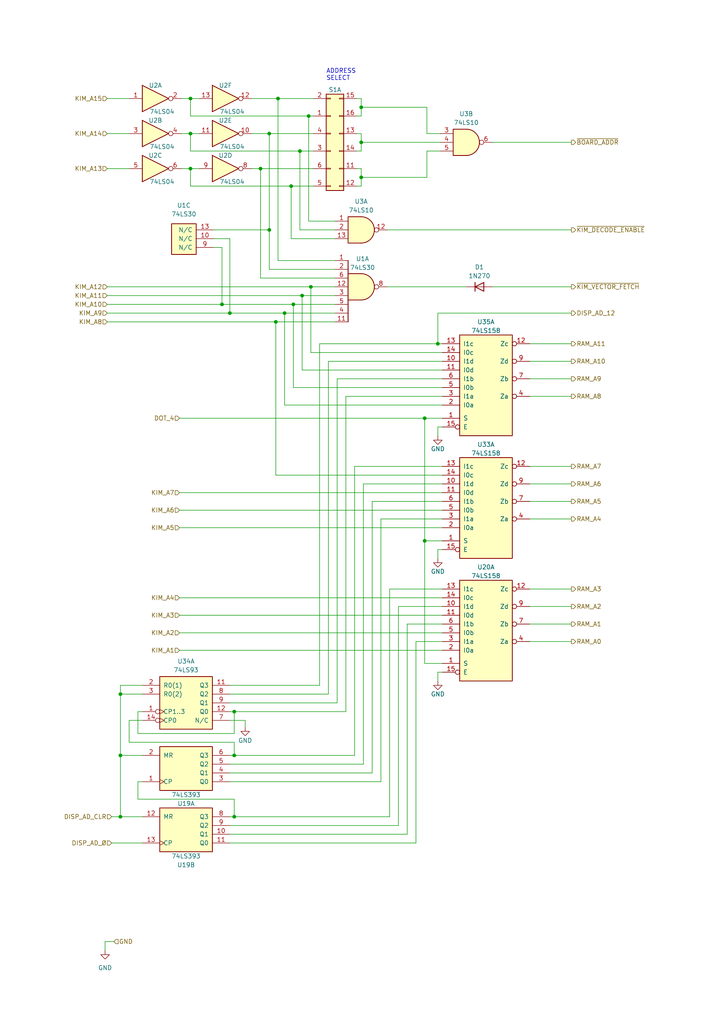
<source format=kicad_sch>
(kicad_sch (version 20230121) (generator eeschema)

  (uuid 1a0310c5-3c51-4f76-a6bc-ede7f7c27ffa)

  (paper "A4" portrait)

  (title_block
    (title "MTU K-1008 Visable Memory card replica")
    (comment 1 "9/4/77 HAL CHAMBERLIN")
    (comment 2 "KIM ADDRESS DECODE, DISPLAY ADDRESS COUNT, ADDRESS MUX")
    (comment 3 "MTU VISABLE MEMORY 22 PIN RAM")
    (comment 4 "KiCad version and corrections 2023 Eduardo Casino")
  )

  (lib_symbols
    (symbol "74LS30_1" (pin_names (offset 1.016)) (in_bom yes) (on_board yes)
      (property "Reference" "U" (at -1.524 1.27 0)
        (effects (font (size 1.27 1.27)))
      )
      (property "Value" "74LS30" (at -1.524 -1.27 0)
        (effects (font (size 1.27 1.27)))
      )
      (property "Footprint" "" (at -1.524 0 0)
        (effects (font (size 1.27 1.27)) hide)
      )
      (property "Datasheet" "http://www.ti.com/lit/gpn/sn74LS30" (at 0 0 0)
        (effects (font (size 1.27 1.27)) hide)
      )
      (property "ki_locked" "" (at 0 0 0)
        (effects (font (size 1.27 1.27)))
      )
      (property "ki_keywords" "TTL Nand8" (at 0 0 0)
        (effects (font (size 1.27 1.27)) hide)
      )
      (property "ki_description" "8-input NAND" (at 0 0 0)
        (effects (font (size 1.27 1.27)) hide)
      )
      (property "ki_fp_filters" "DIP*W7.62mm*" (at 0 0 0)
        (effects (font (size 1.27 1.27)) hide)
      )
      (symbol "74LS30_1_1_1"
        (arc (start 0 -3.81) (mid 3.7934 0) (end 0 3.81)
          (stroke (width 0.254) (type default))
          (fill (type background))
        )
        (polyline
          (pts
            (xy -3.81 7.62)
            (xy -3.81 -10.16)
          )
          (stroke (width 0.254) (type default))
          (fill (type none))
        )
        (polyline
          (pts
            (xy 0 3.81)
            (xy -3.81 3.81)
            (xy -3.81 -3.81)
            (xy 0 -3.81)
          )
          (stroke (width 0.254) (type default))
          (fill (type background))
        )
        (pin input line (at -7.62 7.62 0) (length 3.81)
          (name "~" (effects (font (size 1.27 1.27))))
          (number "1" (effects (font (size 1.27 1.27))))
        )
        (pin input line (at -7.62 -10.16 0) (length 3.81)
          (name "~" (effects (font (size 1.27 1.27))))
          (number "11" (effects (font (size 1.27 1.27))))
        )
        (pin input line (at -7.62 0 0) (length 3.81)
          (name "~" (effects (font (size 1.27 1.27))))
          (number "12" (effects (font (size 1.27 1.27))))
        )
        (pin input line (at -7.62 5.08 0) (length 3.81)
          (name "~" (effects (font (size 1.27 1.27))))
          (number "2" (effects (font (size 1.27 1.27))))
        )
        (pin input line (at -7.62 -2.54 0) (length 3.81)
          (name "~" (effects (font (size 1.27 1.27))))
          (number "3" (effects (font (size 1.27 1.27))))
        )
        (pin input line (at -7.62 -7.62 0) (length 3.81)
          (name "~" (effects (font (size 1.27 1.27))))
          (number "4" (effects (font (size 1.27 1.27))))
        )
        (pin input line (at -7.62 -5.08 0) (length 3.81)
          (name "~" (effects (font (size 1.27 1.27))))
          (number "5" (effects (font (size 1.27 1.27))))
        )
        (pin input line (at -7.62 2.54 0) (length 3.81)
          (name "~" (effects (font (size 1.27 1.27))))
          (number "6" (effects (font (size 1.27 1.27))))
        )
        (pin output inverted (at 7.62 0 180) (length 3.81)
          (name "~" (effects (font (size 1.27 1.27))))
          (number "8" (effects (font (size 1.27 1.27))))
        )
      )
      (symbol "74LS30_1_1_2"
        (arc (start -3.81 -3.81) (mid -2.589 0) (end -3.81 3.81)
          (stroke (width 0.254) (type default))
          (fill (type none))
        )
        (arc (start -0.6096 -3.81) (mid 2.1842 -2.5851) (end 3.81 0)
          (stroke (width 0.254) (type default))
          (fill (type background))
        )
        (polyline
          (pts
            (xy -3.81 -3.81)
            (xy -3.81 -10.16)
          )
          (stroke (width 0.254) (type default))
          (fill (type none))
        )
        (polyline
          (pts
            (xy -3.81 -3.81)
            (xy -0.635 -3.81)
          )
          (stroke (width 0.254) (type default))
          (fill (type background))
        )
        (polyline
          (pts
            (xy -3.81 3.81)
            (xy -0.635 3.81)
          )
          (stroke (width 0.254) (type default))
          (fill (type background))
        )
        (polyline
          (pts
            (xy -3.81 7.62)
            (xy -3.81 3.81)
          )
          (stroke (width 0.254) (type default))
          (fill (type none))
        )
        (polyline
          (pts
            (xy -0.635 3.81)
            (xy -3.81 3.81)
            (xy -3.81 3.81)
            (xy -3.556 3.4036)
            (xy -3.0226 2.2606)
            (xy -2.6924 1.0414)
            (xy -2.6162 -0.254)
            (xy -2.7686 -1.4986)
            (xy -3.175 -2.7178)
            (xy -3.81 -3.81)
            (xy -3.81 -3.81)
            (xy -0.635 -3.81)
          )
          (stroke (width -25.4) (type default))
          (fill (type background))
        )
        (arc (start 3.81 0) (mid 2.1915 2.5936) (end -0.6096 3.81)
          (stroke (width 0.254) (type default))
          (fill (type background))
        )
        (pin input inverted (at -7.62 7.62 0) (length 3.81)
          (name "~" (effects (font (size 1.27 1.27))))
          (number "1" (effects (font (size 1.27 1.27))))
        )
        (pin input inverted (at -7.62 -7.62 0) (length 3.81)
          (name "~" (effects (font (size 1.27 1.27))))
          (number "11" (effects (font (size 1.27 1.27))))
        )
        (pin input inverted (at -7.62 -10.16 0) (length 3.81)
          (name "~" (effects (font (size 1.27 1.27))))
          (number "12" (effects (font (size 1.27 1.27))))
        )
        (pin input inverted (at -7.62 5.08 0) (length 3.81)
          (name "~" (effects (font (size 1.27 1.27))))
          (number "2" (effects (font (size 1.27 1.27))))
        )
        (pin input inverted (at -7.62 2.54 0) (length 4.5466)
          (name "~" (effects (font (size 1.27 1.27))))
          (number "3" (effects (font (size 1.27 1.27))))
        )
        (pin input inverted (at -7.62 0 0) (length 5.08)
          (name "~" (effects (font (size 1.27 1.27))))
          (number "4" (effects (font (size 1.27 1.27))))
        )
        (pin input inverted (at -7.62 -2.54 0) (length 4.5466)
          (name "~" (effects (font (size 1.27 1.27))))
          (number "5" (effects (font (size 1.27 1.27))))
        )
        (pin input inverted (at -7.62 -5.08 0) (length 3.81)
          (name "~" (effects (font (size 1.27 1.27))))
          (number "6" (effects (font (size 1.27 1.27))))
        )
        (pin output line (at 7.62 0 180) (length 3.81)
          (name "~" (effects (font (size 1.27 1.27))))
          (number "8" (effects (font (size 1.27 1.27))))
        )
      )
      (symbol "74LS30_1_2_0"
        (pin power_in line (at 0 12.7 270) (length 5.08)
          (name "VCC" (effects (font (size 1.27 1.27))))
          (number "14" (effects (font (size 1.27 1.27))))
        )
        (pin power_in line (at 0 -12.7 90) (length 5.08)
          (name "GND" (effects (font (size 1.27 1.27))))
          (number "7" (effects (font (size 1.27 1.27))))
        )
      )
      (symbol "74LS30_1_2_1"
        (rectangle (start -5.08 7.62) (end 5.08 -7.62)
          (stroke (width 0.254) (type default))
          (fill (type background))
        )
      )
      (symbol "74LS30_1_3_0"
        (pin passive line (at 8.636 0 180) (length 5.08)
          (name "N/C" (effects (font (size 1.27 1.27))))
          (number "10" (effects (font (size 1.27 1.27))))
        )
        (pin passive line (at 8.636 2.54 180) (length 5.08)
          (name "N/C" (effects (font (size 1.27 1.27))))
          (number "13" (effects (font (size 1.27 1.27))))
        )
        (pin passive line (at 8.636 -2.54 180) (length 5.08)
          (name "N/C" (effects (font (size 1.27 1.27))))
          (number "9" (effects (font (size 1.27 1.27))))
        )
      )
      (symbol "74LS30_1_3_1"
        (rectangle (start -3.556 4.318) (end 3.556 -4.572)
          (stroke (width 0.254) (type default))
          (fill (type background))
        )
      )
      (symbol "74LS30_1_3_2"
        (arc (start -3.81 -3.81) (mid -2.589 0) (end -3.81 3.81)
          (stroke (width 0.254) (type default))
          (fill (type none))
        )
        (arc (start -0.6096 -3.81) (mid 2.1842 -2.5851) (end 3.81 0)
          (stroke (width 0.254) (type default))
          (fill (type background))
        )
        (polyline
          (pts
            (xy -3.81 -3.81)
            (xy -3.81 -10.16)
          )
          (stroke (width 0.254) (type default))
          (fill (type none))
        )
        (polyline
          (pts
            (xy -3.81 -3.81)
            (xy -0.635 -3.81)
          )
          (stroke (width 0.254) (type default))
          (fill (type background))
        )
        (polyline
          (pts
            (xy -3.81 3.81)
            (xy -0.635 3.81)
          )
          (stroke (width 0.254) (type default))
          (fill (type background))
        )
        (polyline
          (pts
            (xy -3.81 7.62)
            (xy -3.81 3.81)
          )
          (stroke (width 0.254) (type default))
          (fill (type none))
        )
        (polyline
          (pts
            (xy -0.635 3.81)
            (xy -3.81 3.81)
            (xy -3.81 3.81)
            (xy -3.556 3.4036)
            (xy -3.0226 2.2606)
            (xy -2.6924 1.0414)
            (xy -2.6162 -0.254)
            (xy -2.7686 -1.4986)
            (xy -3.175 -2.7178)
            (xy -3.81 -3.81)
            (xy -3.81 -3.81)
            (xy -0.635 -3.81)
          )
          (stroke (width -25.4) (type default))
          (fill (type background))
        )
        (arc (start 3.81 0) (mid 2.1915 2.5936) (end -0.6096 3.81)
          (stroke (width 0.254) (type default))
          (fill (type background))
        )
        (pin input inverted (at -7.62 7.62 0) (length 3.81)
          (name "~" (effects (font (size 1.27 1.27))))
          (number "1" (effects (font (size 1.27 1.27))))
        )
        (pin input inverted (at -7.62 -7.62 0) (length 3.81)
          (name "~" (effects (font (size 1.27 1.27))))
          (number "11" (effects (font (size 1.27 1.27))))
        )
        (pin input inverted (at -7.62 -10.16 0) (length 3.81)
          (name "~" (effects (font (size 1.27 1.27))))
          (number "12" (effects (font (size 1.27 1.27))))
        )
        (pin input inverted (at -7.62 5.08 0) (length 3.81)
          (name "~" (effects (font (size 1.27 1.27))))
          (number "2" (effects (font (size 1.27 1.27))))
        )
        (pin input inverted (at -7.62 2.54 0) (length 4.5466)
          (name "~" (effects (font (size 1.27 1.27))))
          (number "3" (effects (font (size 1.27 1.27))))
        )
        (pin input inverted (at -7.62 0 0) (length 5.08)
          (name "~" (effects (font (size 1.27 1.27))))
          (number "4" (effects (font (size 1.27 1.27))))
        )
        (pin input inverted (at -7.62 -2.54 0) (length 4.5466)
          (name "~" (effects (font (size 1.27 1.27))))
          (number "5" (effects (font (size 1.27 1.27))))
        )
        (pin input inverted (at -7.62 -5.08 0) (length 3.81)
          (name "~" (effects (font (size 1.27 1.27))))
          (number "6" (effects (font (size 1.27 1.27))))
        )
        (pin output line (at 7.62 0 180) (length 3.81)
          (name "~" (effects (font (size 1.27 1.27))))
          (number "8" (effects (font (size 1.27 1.27))))
        )
      )
    )
    (symbol "74xx:74LS04" (in_bom yes) (on_board yes)
      (property "Reference" "U" (at 0 1.27 0)
        (effects (font (size 1.27 1.27)))
      )
      (property "Value" "74LS04" (at 0 -1.27 0)
        (effects (font (size 1.27 1.27)))
      )
      (property "Footprint" "" (at 0 0 0)
        (effects (font (size 1.27 1.27)) hide)
      )
      (property "Datasheet" "http://www.ti.com/lit/gpn/sn74LS04" (at 0 0 0)
        (effects (font (size 1.27 1.27)) hide)
      )
      (property "ki_locked" "" (at 0 0 0)
        (effects (font (size 1.27 1.27)))
      )
      (property "ki_keywords" "TTL not inv" (at 0 0 0)
        (effects (font (size 1.27 1.27)) hide)
      )
      (property "ki_description" "Hex Inverter" (at 0 0 0)
        (effects (font (size 1.27 1.27)) hide)
      )
      (property "ki_fp_filters" "DIP*W7.62mm* SSOP?14* TSSOP?14*" (at 0 0 0)
        (effects (font (size 1.27 1.27)) hide)
      )
      (symbol "74LS04_1_0"
        (polyline
          (pts
            (xy -3.81 3.81)
            (xy -3.81 -3.81)
            (xy 3.81 0)
            (xy -3.81 3.81)
          )
          (stroke (width 0.254) (type default))
          (fill (type background))
        )
        (pin input line (at -7.62 0 0) (length 3.81)
          (name "~" (effects (font (size 1.27 1.27))))
          (number "1" (effects (font (size 1.27 1.27))))
        )
        (pin output inverted (at 7.62 0 180) (length 3.81)
          (name "~" (effects (font (size 1.27 1.27))))
          (number "2" (effects (font (size 1.27 1.27))))
        )
      )
      (symbol "74LS04_2_0"
        (polyline
          (pts
            (xy -3.81 3.81)
            (xy -3.81 -3.81)
            (xy 3.81 0)
            (xy -3.81 3.81)
          )
          (stroke (width 0.254) (type default))
          (fill (type background))
        )
        (pin input line (at -7.62 0 0) (length 3.81)
          (name "~" (effects (font (size 1.27 1.27))))
          (number "3" (effects (font (size 1.27 1.27))))
        )
        (pin output inverted (at 7.62 0 180) (length 3.81)
          (name "~" (effects (font (size 1.27 1.27))))
          (number "4" (effects (font (size 1.27 1.27))))
        )
      )
      (symbol "74LS04_3_0"
        (polyline
          (pts
            (xy -3.81 3.81)
            (xy -3.81 -3.81)
            (xy 3.81 0)
            (xy -3.81 3.81)
          )
          (stroke (width 0.254) (type default))
          (fill (type background))
        )
        (pin input line (at -7.62 0 0) (length 3.81)
          (name "~" (effects (font (size 1.27 1.27))))
          (number "5" (effects (font (size 1.27 1.27))))
        )
        (pin output inverted (at 7.62 0 180) (length 3.81)
          (name "~" (effects (font (size 1.27 1.27))))
          (number "6" (effects (font (size 1.27 1.27))))
        )
      )
      (symbol "74LS04_4_0"
        (polyline
          (pts
            (xy -3.81 3.81)
            (xy -3.81 -3.81)
            (xy 3.81 0)
            (xy -3.81 3.81)
          )
          (stroke (width 0.254) (type default))
          (fill (type background))
        )
        (pin output inverted (at 7.62 0 180) (length 3.81)
          (name "~" (effects (font (size 1.27 1.27))))
          (number "8" (effects (font (size 1.27 1.27))))
        )
        (pin input line (at -7.62 0 0) (length 3.81)
          (name "~" (effects (font (size 1.27 1.27))))
          (number "9" (effects (font (size 1.27 1.27))))
        )
      )
      (symbol "74LS04_5_0"
        (polyline
          (pts
            (xy -3.81 3.81)
            (xy -3.81 -3.81)
            (xy 3.81 0)
            (xy -3.81 3.81)
          )
          (stroke (width 0.254) (type default))
          (fill (type background))
        )
        (pin output inverted (at 7.62 0 180) (length 3.81)
          (name "~" (effects (font (size 1.27 1.27))))
          (number "10" (effects (font (size 1.27 1.27))))
        )
        (pin input line (at -7.62 0 0) (length 3.81)
          (name "~" (effects (font (size 1.27 1.27))))
          (number "11" (effects (font (size 1.27 1.27))))
        )
      )
      (symbol "74LS04_6_0"
        (polyline
          (pts
            (xy -3.81 3.81)
            (xy -3.81 -3.81)
            (xy 3.81 0)
            (xy -3.81 3.81)
          )
          (stroke (width 0.254) (type default))
          (fill (type background))
        )
        (pin output inverted (at 7.62 0 180) (length 3.81)
          (name "~" (effects (font (size 1.27 1.27))))
          (number "12" (effects (font (size 1.27 1.27))))
        )
        (pin input line (at -7.62 0 0) (length 3.81)
          (name "~" (effects (font (size 1.27 1.27))))
          (number "13" (effects (font (size 1.27 1.27))))
        )
      )
      (symbol "74LS04_7_0"
        (pin power_in line (at 0 12.7 270) (length 5.08)
          (name "VCC" (effects (font (size 1.27 1.27))))
          (number "14" (effects (font (size 1.27 1.27))))
        )
        (pin power_in line (at 0 -12.7 90) (length 5.08)
          (name "GND" (effects (font (size 1.27 1.27))))
          (number "7" (effects (font (size 1.27 1.27))))
        )
      )
      (symbol "74LS04_7_1"
        (rectangle (start -5.08 7.62) (end 5.08 -7.62)
          (stroke (width 0.254) (type default))
          (fill (type background))
        )
      )
    )
    (symbol "74xx:74LS10" (pin_names (offset 1.016)) (in_bom yes) (on_board yes)
      (property "Reference" "U" (at 0 1.27 0)
        (effects (font (size 1.27 1.27)))
      )
      (property "Value" "74LS10" (at 0 -1.27 0)
        (effects (font (size 1.27 1.27)))
      )
      (property "Footprint" "" (at 0 0 0)
        (effects (font (size 1.27 1.27)) hide)
      )
      (property "Datasheet" "http://www.ti.com/lit/gpn/sn74LS10" (at 0 0 0)
        (effects (font (size 1.27 1.27)) hide)
      )
      (property "ki_locked" "" (at 0 0 0)
        (effects (font (size 1.27 1.27)))
      )
      (property "ki_keywords" "TTL Nand3" (at 0 0 0)
        (effects (font (size 1.27 1.27)) hide)
      )
      (property "ki_description" "Triple 3-input NAND" (at 0 0 0)
        (effects (font (size 1.27 1.27)) hide)
      )
      (property "ki_fp_filters" "DIP*W7.62mm*" (at 0 0 0)
        (effects (font (size 1.27 1.27)) hide)
      )
      (symbol "74LS10_1_1"
        (arc (start 0 -3.81) (mid 3.7934 0) (end 0 3.81)
          (stroke (width 0.254) (type default))
          (fill (type background))
        )
        (polyline
          (pts
            (xy 0 3.81)
            (xy -3.81 3.81)
            (xy -3.81 -3.81)
            (xy 0 -3.81)
          )
          (stroke (width 0.254) (type default))
          (fill (type background))
        )
        (pin input line (at -7.62 2.54 0) (length 3.81)
          (name "~" (effects (font (size 1.27 1.27))))
          (number "1" (effects (font (size 1.27 1.27))))
        )
        (pin output inverted (at 7.62 0 180) (length 3.81)
          (name "~" (effects (font (size 1.27 1.27))))
          (number "12" (effects (font (size 1.27 1.27))))
        )
        (pin input line (at -7.62 -2.54 0) (length 3.81)
          (name "~" (effects (font (size 1.27 1.27))))
          (number "13" (effects (font (size 1.27 1.27))))
        )
        (pin input line (at -7.62 0 0) (length 3.81)
          (name "~" (effects (font (size 1.27 1.27))))
          (number "2" (effects (font (size 1.27 1.27))))
        )
      )
      (symbol "74LS10_1_2"
        (arc (start -3.81 -3.81) (mid -2.589 0) (end -3.81 3.81)
          (stroke (width 0.254) (type default))
          (fill (type none))
        )
        (arc (start -0.6096 -3.81) (mid 2.1842 -2.5851) (end 3.81 0)
          (stroke (width 0.254) (type default))
          (fill (type background))
        )
        (polyline
          (pts
            (xy -3.81 -3.81)
            (xy -0.635 -3.81)
          )
          (stroke (width 0.254) (type default))
          (fill (type background))
        )
        (polyline
          (pts
            (xy -3.81 3.81)
            (xy -0.635 3.81)
          )
          (stroke (width 0.254) (type default))
          (fill (type background))
        )
        (polyline
          (pts
            (xy -0.635 3.81)
            (xy -3.81 3.81)
            (xy -3.81 3.81)
            (xy -3.556 3.4036)
            (xy -3.0226 2.2606)
            (xy -2.6924 1.0414)
            (xy -2.6162 -0.254)
            (xy -2.7686 -1.4986)
            (xy -3.175 -2.7178)
            (xy -3.81 -3.81)
            (xy -3.81 -3.81)
            (xy -0.635 -3.81)
          )
          (stroke (width -25.4) (type default))
          (fill (type background))
        )
        (arc (start 3.81 0) (mid 2.1915 2.5936) (end -0.6096 3.81)
          (stroke (width 0.254) (type default))
          (fill (type background))
        )
        (pin input inverted (at -7.62 2.54 0) (length 4.318)
          (name "~" (effects (font (size 1.27 1.27))))
          (number "1" (effects (font (size 1.27 1.27))))
        )
        (pin output line (at 7.62 0 180) (length 3.81)
          (name "~" (effects (font (size 1.27 1.27))))
          (number "12" (effects (font (size 1.27 1.27))))
        )
        (pin input inverted (at -7.62 -2.54 0) (length 4.318)
          (name "~" (effects (font (size 1.27 1.27))))
          (number "13" (effects (font (size 1.27 1.27))))
        )
        (pin input inverted (at -7.62 0 0) (length 4.953)
          (name "~" (effects (font (size 1.27 1.27))))
          (number "2" (effects (font (size 1.27 1.27))))
        )
      )
      (symbol "74LS10_2_1"
        (arc (start 0 -3.81) (mid 3.7934 0) (end 0 3.81)
          (stroke (width 0.254) (type default))
          (fill (type background))
        )
        (polyline
          (pts
            (xy 0 3.81)
            (xy -3.81 3.81)
            (xy -3.81 -3.81)
            (xy 0 -3.81)
          )
          (stroke (width 0.254) (type default))
          (fill (type background))
        )
        (pin input line (at -7.62 2.54 0) (length 3.81)
          (name "~" (effects (font (size 1.27 1.27))))
          (number "3" (effects (font (size 1.27 1.27))))
        )
        (pin input line (at -7.62 0 0) (length 3.81)
          (name "~" (effects (font (size 1.27 1.27))))
          (number "4" (effects (font (size 1.27 1.27))))
        )
        (pin input line (at -7.62 -2.54 0) (length 3.81)
          (name "~" (effects (font (size 1.27 1.27))))
          (number "5" (effects (font (size 1.27 1.27))))
        )
        (pin output inverted (at 7.62 0 180) (length 3.81)
          (name "~" (effects (font (size 1.27 1.27))))
          (number "6" (effects (font (size 1.27 1.27))))
        )
      )
      (symbol "74LS10_2_2"
        (arc (start -3.81 -3.81) (mid -2.589 0) (end -3.81 3.81)
          (stroke (width 0.254) (type default))
          (fill (type none))
        )
        (arc (start -0.6096 -3.81) (mid 2.1842 -2.5851) (end 3.81 0)
          (stroke (width 0.254) (type default))
          (fill (type background))
        )
        (polyline
          (pts
            (xy -3.81 -3.81)
            (xy -0.635 -3.81)
          )
          (stroke (width 0.254) (type default))
          (fill (type background))
        )
        (polyline
          (pts
            (xy -3.81 3.81)
            (xy -0.635 3.81)
          )
          (stroke (width 0.254) (type default))
          (fill (type background))
        )
        (polyline
          (pts
            (xy -0.635 3.81)
            (xy -3.81 3.81)
            (xy -3.81 3.81)
            (xy -3.556 3.4036)
            (xy -3.0226 2.2606)
            (xy -2.6924 1.0414)
            (xy -2.6162 -0.254)
            (xy -2.7686 -1.4986)
            (xy -3.175 -2.7178)
            (xy -3.81 -3.81)
            (xy -3.81 -3.81)
            (xy -0.635 -3.81)
          )
          (stroke (width -25.4) (type default))
          (fill (type background))
        )
        (arc (start 3.81 0) (mid 2.1915 2.5936) (end -0.6096 3.81)
          (stroke (width 0.254) (type default))
          (fill (type background))
        )
        (pin input inverted (at -7.62 2.54 0) (length 4.318)
          (name "~" (effects (font (size 1.27 1.27))))
          (number "3" (effects (font (size 1.27 1.27))))
        )
        (pin input inverted (at -7.62 0 0) (length 4.953)
          (name "~" (effects (font (size 1.27 1.27))))
          (number "4" (effects (font (size 1.27 1.27))))
        )
        (pin input inverted (at -7.62 -2.54 0) (length 4.318)
          (name "~" (effects (font (size 1.27 1.27))))
          (number "5" (effects (font (size 1.27 1.27))))
        )
        (pin output line (at 7.62 0 180) (length 3.81)
          (name "~" (effects (font (size 1.27 1.27))))
          (number "6" (effects (font (size 1.27 1.27))))
        )
      )
      (symbol "74LS10_3_1"
        (arc (start 0 -3.81) (mid 3.7934 0) (end 0 3.81)
          (stroke (width 0.254) (type default))
          (fill (type background))
        )
        (polyline
          (pts
            (xy 0 3.81)
            (xy -3.81 3.81)
            (xy -3.81 -3.81)
            (xy 0 -3.81)
          )
          (stroke (width 0.254) (type default))
          (fill (type background))
        )
        (pin input line (at -7.62 0 0) (length 3.81)
          (name "~" (effects (font (size 1.27 1.27))))
          (number "10" (effects (font (size 1.27 1.27))))
        )
        (pin input line (at -7.62 -2.54 0) (length 3.81)
          (name "~" (effects (font (size 1.27 1.27))))
          (number "11" (effects (font (size 1.27 1.27))))
        )
        (pin output inverted (at 7.62 0 180) (length 3.81)
          (name "~" (effects (font (size 1.27 1.27))))
          (number "8" (effects (font (size 1.27 1.27))))
        )
        (pin input line (at -7.62 2.54 0) (length 3.81)
          (name "~" (effects (font (size 1.27 1.27))))
          (number "9" (effects (font (size 1.27 1.27))))
        )
      )
      (symbol "74LS10_3_2"
        (arc (start -3.81 -3.81) (mid -2.589 0) (end -3.81 3.81)
          (stroke (width 0.254) (type default))
          (fill (type none))
        )
        (arc (start -0.6096 -3.81) (mid 2.1842 -2.5851) (end 3.81 0)
          (stroke (width 0.254) (type default))
          (fill (type background))
        )
        (polyline
          (pts
            (xy -3.81 -3.81)
            (xy -0.635 -3.81)
          )
          (stroke (width 0.254) (type default))
          (fill (type background))
        )
        (polyline
          (pts
            (xy -3.81 3.81)
            (xy -0.635 3.81)
          )
          (stroke (width 0.254) (type default))
          (fill (type background))
        )
        (polyline
          (pts
            (xy -0.635 3.81)
            (xy -3.81 3.81)
            (xy -3.81 3.81)
            (xy -3.556 3.4036)
            (xy -3.0226 2.2606)
            (xy -2.6924 1.0414)
            (xy -2.6162 -0.254)
            (xy -2.7686 -1.4986)
            (xy -3.175 -2.7178)
            (xy -3.81 -3.81)
            (xy -3.81 -3.81)
            (xy -0.635 -3.81)
          )
          (stroke (width -25.4) (type default))
          (fill (type background))
        )
        (arc (start 3.81 0) (mid 2.1915 2.5936) (end -0.6096 3.81)
          (stroke (width 0.254) (type default))
          (fill (type background))
        )
        (pin input inverted (at -7.62 0 0) (length 4.953)
          (name "~" (effects (font (size 1.27 1.27))))
          (number "10" (effects (font (size 1.27 1.27))))
        )
        (pin input inverted (at -7.62 -2.54 0) (length 4.318)
          (name "~" (effects (font (size 1.27 1.27))))
          (number "11" (effects (font (size 1.27 1.27))))
        )
        (pin output line (at 7.62 0 180) (length 3.81)
          (name "~" (effects (font (size 1.27 1.27))))
          (number "8" (effects (font (size 1.27 1.27))))
        )
        (pin input inverted (at -7.62 2.54 0) (length 4.318)
          (name "~" (effects (font (size 1.27 1.27))))
          (number "9" (effects (font (size 1.27 1.27))))
        )
      )
      (symbol "74LS10_4_0"
        (pin power_in line (at 0 12.7 270) (length 5.08)
          (name "VCC" (effects (font (size 1.27 1.27))))
          (number "14" (effects (font (size 1.27 1.27))))
        )
        (pin power_in line (at 0 -12.7 90) (length 5.08)
          (name "GND" (effects (font (size 1.27 1.27))))
          (number "7" (effects (font (size 1.27 1.27))))
        )
      )
      (symbol "74LS10_4_1"
        (rectangle (start -5.08 7.62) (end 5.08 -7.62)
          (stroke (width 0.254) (type default))
          (fill (type background))
        )
      )
    )
    (symbol "74xx:74LS393" (pin_names (offset 1.016)) (in_bom yes) (on_board yes)
      (property "Reference" "U" (at -7.62 8.89 0)
        (effects (font (size 1.27 1.27)))
      )
      (property "Value" "74LS393" (at -7.62 -8.89 0)
        (effects (font (size 1.27 1.27)))
      )
      (property "Footprint" "" (at 0 0 0)
        (effects (font (size 1.27 1.27)) hide)
      )
      (property "Datasheet" "74xx\\74LS393.pdf" (at 0 0 0)
        (effects (font (size 1.27 1.27)) hide)
      )
      (property "ki_locked" "" (at 0 0 0)
        (effects (font (size 1.27 1.27)))
      )
      (property "ki_keywords" "TTL CNT CNT4" (at 0 0 0)
        (effects (font (size 1.27 1.27)) hide)
      )
      (property "ki_description" "Dual BCD 4-bit counter" (at 0 0 0)
        (effects (font (size 1.27 1.27)) hide)
      )
      (property "ki_fp_filters" "DIP*W7.62mm*" (at 0 0 0)
        (effects (font (size 1.27 1.27)) hide)
      )
      (symbol "74LS393_1_0"
        (pin input clock (at -12.7 2.54 0) (length 5.08)
          (name "CP" (effects (font (size 1.27 1.27))))
          (number "1" (effects (font (size 1.27 1.27))))
        )
        (pin input line (at -12.7 -5.08 0) (length 5.08)
          (name "MR" (effects (font (size 1.27 1.27))))
          (number "2" (effects (font (size 1.27 1.27))))
        )
        (pin output line (at 12.7 2.54 180) (length 5.08)
          (name "Q0" (effects (font (size 1.27 1.27))))
          (number "3" (effects (font (size 1.27 1.27))))
        )
        (pin output line (at 12.7 0 180) (length 5.08)
          (name "Q1" (effects (font (size 1.27 1.27))))
          (number "4" (effects (font (size 1.27 1.27))))
        )
        (pin output line (at 12.7 -2.54 180) (length 5.08)
          (name "Q2" (effects (font (size 1.27 1.27))))
          (number "5" (effects (font (size 1.27 1.27))))
        )
        (pin output line (at 12.7 -5.08 180) (length 5.08)
          (name "Q3" (effects (font (size 1.27 1.27))))
          (number "6" (effects (font (size 1.27 1.27))))
        )
      )
      (symbol "74LS393_1_1"
        (rectangle (start -7.62 5.08) (end 7.62 -7.62)
          (stroke (width 0.254) (type default))
          (fill (type background))
        )
      )
      (symbol "74LS393_2_0"
        (pin output line (at 12.7 0 180) (length 5.08)
          (name "Q1" (effects (font (size 1.27 1.27))))
          (number "10" (effects (font (size 1.27 1.27))))
        )
        (pin output line (at 12.7 2.54 180) (length 5.08)
          (name "Q0" (effects (font (size 1.27 1.27))))
          (number "11" (effects (font (size 1.27 1.27))))
        )
        (pin input line (at -12.7 -5.08 0) (length 5.08)
          (name "MR" (effects (font (size 1.27 1.27))))
          (number "12" (effects (font (size 1.27 1.27))))
        )
        (pin input clock (at -12.7 2.54 0) (length 5.08)
          (name "CP" (effects (font (size 1.27 1.27))))
          (number "13" (effects (font (size 1.27 1.27))))
        )
        (pin output line (at 12.7 -5.08 180) (length 5.08)
          (name "Q3" (effects (font (size 1.27 1.27))))
          (number "8" (effects (font (size 1.27 1.27))))
        )
        (pin output line (at 12.7 -2.54 180) (length 5.08)
          (name "Q2" (effects (font (size 1.27 1.27))))
          (number "9" (effects (font (size 1.27 1.27))))
        )
      )
      (symbol "74LS393_2_1"
        (rectangle (start -7.62 5.08) (end 7.62 -7.62)
          (stroke (width 0.254) (type default))
          (fill (type background))
        )
      )
      (symbol "74LS393_3_0"
        (pin power_in line (at 0 12.7 270) (length 5.08)
          (name "VCC" (effects (font (size 1.27 1.27))))
          (number "14" (effects (font (size 1.27 1.27))))
        )
        (pin power_in line (at 0 -12.7 90) (length 5.08)
          (name "GND" (effects (font (size 1.27 1.27))))
          (number "7" (effects (font (size 1.27 1.27))))
        )
      )
      (symbol "74LS393_3_1"
        (rectangle (start -5.08 7.62) (end 5.08 -7.62)
          (stroke (width 0.254) (type default))
          (fill (type background))
        )
      )
    )
    (symbol "Diode:1N4148" (pin_numbers hide) (pin_names hide) (in_bom yes) (on_board yes)
      (property "Reference" "D" (at 0 2.54 0)
        (effects (font (size 1.27 1.27)))
      )
      (property "Value" "1N4148" (at 0 -2.54 0)
        (effects (font (size 1.27 1.27)))
      )
      (property "Footprint" "Diode_THT:D_DO-35_SOD27_P7.62mm_Horizontal" (at 0 0 0)
        (effects (font (size 1.27 1.27)) hide)
      )
      (property "Datasheet" "https://assets.nexperia.com/documents/data-sheet/1N4148_1N4448.pdf" (at 0 0 0)
        (effects (font (size 1.27 1.27)) hide)
      )
      (property "Sim.Device" "D" (at 0 0 0)
        (effects (font (size 1.27 1.27)) hide)
      )
      (property "Sim.Pins" "1=K 2=A" (at 0 0 0)
        (effects (font (size 1.27 1.27)) hide)
      )
      (property "ki_keywords" "diode" (at 0 0 0)
        (effects (font (size 1.27 1.27)) hide)
      )
      (property "ki_description" "100V 0.15A standard switching diode, DO-35" (at 0 0 0)
        (effects (font (size 1.27 1.27)) hide)
      )
      (property "ki_fp_filters" "D*DO?35*" (at 0 0 0)
        (effects (font (size 1.27 1.27)) hide)
      )
      (symbol "1N4148_0_1"
        (polyline
          (pts
            (xy -1.27 1.27)
            (xy -1.27 -1.27)
          )
          (stroke (width 0.254) (type default))
          (fill (type none))
        )
        (polyline
          (pts
            (xy 1.27 0)
            (xy -1.27 0)
          )
          (stroke (width 0) (type default))
          (fill (type none))
        )
        (polyline
          (pts
            (xy 1.27 1.27)
            (xy 1.27 -1.27)
            (xy -1.27 0)
            (xy 1.27 1.27)
          )
          (stroke (width 0.254) (type default))
          (fill (type none))
        )
      )
      (symbol "1N4148_1_1"
        (pin passive line (at -3.81 0 0) (length 2.54)
          (name "K" (effects (font (size 1.27 1.27))))
          (number "1" (effects (font (size 1.27 1.27))))
        )
        (pin passive line (at 3.81 0 180) (length 2.54)
          (name "A" (effects (font (size 1.27 1.27))))
          (number "2" (effects (font (size 1.27 1.27))))
        )
      )
    )
    (symbol "K-1008_Library:74LS158" (pin_names (offset 1.016)) (in_bom yes) (on_board yes)
      (property "Reference" "U" (at 0 1.27 0)
        (effects (font (size 1.27 1.27)))
      )
      (property "Value" "74LS158" (at 0 -1.016 0)
        (effects (font (size 1.27 1.27)))
      )
      (property "Footprint" "" (at -14.986 5.334 0)
        (effects (font (size 1.27 1.27)) hide)
      )
      (property "Datasheet" "http://www.ti.com/lit/gpn/sn74LS158" (at 0 0.254 0)
        (effects (font (size 1.27 1.27)) hide)
      )
      (property "ki_locked" "" (at 0 0 0)
        (effects (font (size 1.27 1.27)))
      )
      (property "ki_keywords" "TTL Mux MUX2" (at 0 0 0)
        (effects (font (size 1.27 1.27)) hide)
      )
      (property "ki_description" "Quad 2 to 1 multiplexer" (at 0 0 0)
        (effects (font (size 1.27 1.27)) hide)
      )
      (property "ki_fp_filters" "DIP?16*" (at 0 0 0)
        (effects (font (size 1.27 1.27)) hide)
      )
      (symbol "74LS158_1_0"
        (pin input line (at -12.7 -6.35 0) (length 5.08)
          (name "S" (effects (font (size 1.27 1.27))))
          (number "1" (effects (font (size 1.27 1.27))))
        )
        (pin input line (at -12.7 10.16 0) (length 5.08)
          (name "I1d" (effects (font (size 1.27 1.27))))
          (number "10" (effects (font (size 1.27 1.27))))
        )
        (pin input line (at -12.7 7.62 0) (length 5.08)
          (name "I0d" (effects (font (size 1.27 1.27))))
          (number "11" (effects (font (size 1.27 1.27))))
        )
        (pin output inverted (at 12.7 15.24 180) (length 5.08)
          (name "Zc" (effects (font (size 1.27 1.27))))
          (number "12" (effects (font (size 1.27 1.27))))
        )
        (pin input line (at -12.7 15.24 0) (length 5.08)
          (name "I1c" (effects (font (size 1.27 1.27))))
          (number "13" (effects (font (size 1.27 1.27))))
        )
        (pin input line (at -12.7 12.7 0) (length 5.08)
          (name "I0c" (effects (font (size 1.27 1.27))))
          (number "14" (effects (font (size 1.27 1.27))))
        )
        (pin input inverted (at -12.7 -8.89 0) (length 5.08)
          (name "E" (effects (font (size 1.27 1.27))))
          (number "15" (effects (font (size 1.27 1.27))))
        )
        (pin input line (at -12.7 -2.54 0) (length 5.08)
          (name "I0a" (effects (font (size 1.27 1.27))))
          (number "2" (effects (font (size 1.27 1.27))))
        )
        (pin input line (at -12.7 0 0) (length 5.08)
          (name "I1a" (effects (font (size 1.27 1.27))))
          (number "3" (effects (font (size 1.27 1.27))))
        )
        (pin output inverted (at 12.7 0 180) (length 5.08)
          (name "Za" (effects (font (size 1.27 1.27))))
          (number "4" (effects (font (size 1.27 1.27))))
        )
        (pin input line (at -12.7 2.54 0) (length 5.08)
          (name "I0b" (effects (font (size 1.27 1.27))))
          (number "5" (effects (font (size 1.27 1.27))))
        )
        (pin input line (at -12.7 5.08 0) (length 5.08)
          (name "I1b" (effects (font (size 1.27 1.27))))
          (number "6" (effects (font (size 1.27 1.27))))
        )
        (pin output inverted (at 12.7 5.08 180) (length 5.08)
          (name "Zb" (effects (font (size 1.27 1.27))))
          (number "7" (effects (font (size 1.27 1.27))))
        )
        (pin output inverted (at 12.7 10.16 180) (length 5.08)
          (name "Zd" (effects (font (size 1.27 1.27))))
          (number "9" (effects (font (size 1.27 1.27))))
        )
      )
      (symbol "74LS158_1_1"
        (rectangle (start -7.62 17.78) (end 7.62 -11.43)
          (stroke (width 0.254) (type default))
          (fill (type background))
        )
      )
      (symbol "74LS158_2_0"
        (pin power_in line (at 0 12.7 270) (length 5.08)
          (name "VCC" (effects (font (size 1.27 1.27))))
          (number "16" (effects (font (size 1.27 1.27))))
        )
        (pin power_in line (at 0 -12.7 90) (length 5.08)
          (name "GND" (effects (font (size 1.27 1.27))))
          (number "8" (effects (font (size 1.27 1.27))))
        )
      )
      (symbol "74LS158_2_1"
        (rectangle (start -5.08 7.62) (end 5.08 -7.62)
          (stroke (width 0.254) (type default))
          (fill (type background))
        )
      )
    )
    (symbol "K-1008_Library:74LS30" (pin_names (offset 1.016)) (in_bom yes) (on_board yes)
      (property "Reference" "U" (at -1.524 1.27 0)
        (effects (font (size 1.27 1.27)))
      )
      (property "Value" "74LS30" (at -1.524 -1.27 0)
        (effects (font (size 1.27 1.27)))
      )
      (property "Footprint" "" (at -1.524 0 0)
        (effects (font (size 1.27 1.27)) hide)
      )
      (property "Datasheet" "http://www.ti.com/lit/gpn/sn74LS30" (at 0 0 0)
        (effects (font (size 1.27 1.27)) hide)
      )
      (property "ki_locked" "" (at 0 0 0)
        (effects (font (size 1.27 1.27)))
      )
      (property "ki_keywords" "TTL Nand8" (at 0 0 0)
        (effects (font (size 1.27 1.27)) hide)
      )
      (property "ki_description" "8-input NAND" (at 0 0 0)
        (effects (font (size 1.27 1.27)) hide)
      )
      (property "ki_fp_filters" "DIP*W7.62mm*" (at 0 0 0)
        (effects (font (size 1.27 1.27)) hide)
      )
      (symbol "74LS30_1_1"
        (arc (start 0 -3.81) (mid 3.7934 0) (end 0 3.81)
          (stroke (width 0.254) (type default))
          (fill (type background))
        )
        (polyline
          (pts
            (xy -3.81 7.62)
            (xy -3.81 -10.16)
          )
          (stroke (width 0.254) (type default))
          (fill (type none))
        )
        (polyline
          (pts
            (xy 0 3.81)
            (xy -3.81 3.81)
            (xy -3.81 -3.81)
            (xy 0 -3.81)
          )
          (stroke (width 0.254) (type default))
          (fill (type background))
        )
        (pin input line (at -7.62 7.62 0) (length 3.81)
          (name "~" (effects (font (size 1.27 1.27))))
          (number "1" (effects (font (size 1.27 1.27))))
        )
        (pin input line (at -7.62 -10.16 0) (length 3.81)
          (name "~" (effects (font (size 1.27 1.27))))
          (number "11" (effects (font (size 1.27 1.27))))
        )
        (pin input line (at -7.62 0 0) (length 3.81)
          (name "~" (effects (font (size 1.27 1.27))))
          (number "12" (effects (font (size 1.27 1.27))))
        )
        (pin input line (at -7.62 5.08 0) (length 3.81)
          (name "~" (effects (font (size 1.27 1.27))))
          (number "2" (effects (font (size 1.27 1.27))))
        )
        (pin input line (at -7.62 -2.54 0) (length 3.81)
          (name "~" (effects (font (size 1.27 1.27))))
          (number "3" (effects (font (size 1.27 1.27))))
        )
        (pin input line (at -7.62 -7.62 0) (length 3.81)
          (name "~" (effects (font (size 1.27 1.27))))
          (number "4" (effects (font (size 1.27 1.27))))
        )
        (pin input line (at -7.62 -5.08 0) (length 3.81)
          (name "~" (effects (font (size 1.27 1.27))))
          (number "5" (effects (font (size 1.27 1.27))))
        )
        (pin input line (at -7.62 2.54 0) (length 3.81)
          (name "~" (effects (font (size 1.27 1.27))))
          (number "6" (effects (font (size 1.27 1.27))))
        )
        (pin output inverted (at 7.62 0 180) (length 3.81)
          (name "~" (effects (font (size 1.27 1.27))))
          (number "8" (effects (font (size 1.27 1.27))))
        )
      )
      (symbol "74LS30_1_2"
        (arc (start -3.81 -3.81) (mid -2.589 0) (end -3.81 3.81)
          (stroke (width 0.254) (type default))
          (fill (type none))
        )
        (arc (start -0.6096 -3.81) (mid 2.1842 -2.5851) (end 3.81 0)
          (stroke (width 0.254) (type default))
          (fill (type background))
        )
        (polyline
          (pts
            (xy -3.81 -3.81)
            (xy -3.81 -10.16)
          )
          (stroke (width 0.254) (type default))
          (fill (type none))
        )
        (polyline
          (pts
            (xy -3.81 -3.81)
            (xy -0.635 -3.81)
          )
          (stroke (width 0.254) (type default))
          (fill (type background))
        )
        (polyline
          (pts
            (xy -3.81 3.81)
            (xy -0.635 3.81)
          )
          (stroke (width 0.254) (type default))
          (fill (type background))
        )
        (polyline
          (pts
            (xy -3.81 7.62)
            (xy -3.81 3.81)
          )
          (stroke (width 0.254) (type default))
          (fill (type none))
        )
        (polyline
          (pts
            (xy -0.635 3.81)
            (xy -3.81 3.81)
            (xy -3.81 3.81)
            (xy -3.556 3.4036)
            (xy -3.0226 2.2606)
            (xy -2.6924 1.0414)
            (xy -2.6162 -0.254)
            (xy -2.7686 -1.4986)
            (xy -3.175 -2.7178)
            (xy -3.81 -3.81)
            (xy -3.81 -3.81)
            (xy -0.635 -3.81)
          )
          (stroke (width -25.4) (type default))
          (fill (type background))
        )
        (arc (start 3.81 0) (mid 2.1915 2.5936) (end -0.6096 3.81)
          (stroke (width 0.254) (type default))
          (fill (type background))
        )
        (pin input inverted (at -7.62 7.62 0) (length 3.81)
          (name "~" (effects (font (size 1.27 1.27))))
          (number "1" (effects (font (size 1.27 1.27))))
        )
        (pin input inverted (at -7.62 -7.62 0) (length 3.81)
          (name "~" (effects (font (size 1.27 1.27))))
          (number "11" (effects (font (size 1.27 1.27))))
        )
        (pin input inverted (at -7.62 -10.16 0) (length 3.81)
          (name "~" (effects (font (size 1.27 1.27))))
          (number "12" (effects (font (size 1.27 1.27))))
        )
        (pin input inverted (at -7.62 5.08 0) (length 3.81)
          (name "~" (effects (font (size 1.27 1.27))))
          (number "2" (effects (font (size 1.27 1.27))))
        )
        (pin input inverted (at -7.62 2.54 0) (length 4.5466)
          (name "~" (effects (font (size 1.27 1.27))))
          (number "3" (effects (font (size 1.27 1.27))))
        )
        (pin input inverted (at -7.62 0 0) (length 5.08)
          (name "~" (effects (font (size 1.27 1.27))))
          (number "4" (effects (font (size 1.27 1.27))))
        )
        (pin input inverted (at -7.62 -2.54 0) (length 4.5466)
          (name "~" (effects (font (size 1.27 1.27))))
          (number "5" (effects (font (size 1.27 1.27))))
        )
        (pin input inverted (at -7.62 -5.08 0) (length 3.81)
          (name "~" (effects (font (size 1.27 1.27))))
          (number "6" (effects (font (size 1.27 1.27))))
        )
        (pin output line (at 7.62 0 180) (length 3.81)
          (name "~" (effects (font (size 1.27 1.27))))
          (number "8" (effects (font (size 1.27 1.27))))
        )
      )
      (symbol "74LS30_2_0"
        (pin power_in line (at 0 12.7 270) (length 5.08)
          (name "VCC" (effects (font (size 1.27 1.27))))
          (number "14" (effects (font (size 1.27 1.27))))
        )
        (pin power_in line (at 0 -12.7 90) (length 5.08)
          (name "GND" (effects (font (size 1.27 1.27))))
          (number "7" (effects (font (size 1.27 1.27))))
        )
      )
      (symbol "74LS30_2_1"
        (rectangle (start -5.08 7.62) (end 5.08 -7.62)
          (stroke (width 0.254) (type default))
          (fill (type background))
        )
      )
      (symbol "74LS30_3_0"
        (pin passive line (at 8.636 0 180) (length 5.08)
          (name "N/C" (effects (font (size 1.27 1.27))))
          (number "10" (effects (font (size 1.27 1.27))))
        )
        (pin passive line (at 8.636 2.54 180) (length 5.08)
          (name "N/C" (effects (font (size 1.27 1.27))))
          (number "13" (effects (font (size 1.27 1.27))))
        )
        (pin passive line (at 8.636 -2.54 180) (length 5.08)
          (name "N/C" (effects (font (size 1.27 1.27))))
          (number "9" (effects (font (size 1.27 1.27))))
        )
      )
      (symbol "74LS30_3_1"
        (rectangle (start -3.556 4.318) (end 3.556 -4.572)
          (stroke (width 0.254) (type default))
          (fill (type background))
        )
      )
      (symbol "74LS30_3_2"
        (arc (start -3.81 -3.81) (mid -2.589 0) (end -3.81 3.81)
          (stroke (width 0.254) (type default))
          (fill (type none))
        )
        (arc (start -0.6096 -3.81) (mid 2.1842 -2.5851) (end 3.81 0)
          (stroke (width 0.254) (type default))
          (fill (type background))
        )
        (polyline
          (pts
            (xy -3.81 -3.81)
            (xy -3.81 -10.16)
          )
          (stroke (width 0.254) (type default))
          (fill (type none))
        )
        (polyline
          (pts
            (xy -3.81 -3.81)
            (xy -0.635 -3.81)
          )
          (stroke (width 0.254) (type default))
          (fill (type background))
        )
        (polyline
          (pts
            (xy -3.81 3.81)
            (xy -0.635 3.81)
          )
          (stroke (width 0.254) (type default))
          (fill (type background))
        )
        (polyline
          (pts
            (xy -3.81 7.62)
            (xy -3.81 3.81)
          )
          (stroke (width 0.254) (type default))
          (fill (type none))
        )
        (polyline
          (pts
            (xy -0.635 3.81)
            (xy -3.81 3.81)
            (xy -3.81 3.81)
            (xy -3.556 3.4036)
            (xy -3.0226 2.2606)
            (xy -2.6924 1.0414)
            (xy -2.6162 -0.254)
            (xy -2.7686 -1.4986)
            (xy -3.175 -2.7178)
            (xy -3.81 -3.81)
            (xy -3.81 -3.81)
            (xy -0.635 -3.81)
          )
          (stroke (width -25.4) (type default))
          (fill (type background))
        )
        (arc (start 3.81 0) (mid 2.1915 2.5936) (end -0.6096 3.81)
          (stroke (width 0.254) (type default))
          (fill (type background))
        )
        (pin input inverted (at -7.62 7.62 0) (length 3.81)
          (name "~" (effects (font (size 1.27 1.27))))
          (number "1" (effects (font (size 1.27 1.27))))
        )
        (pin input inverted (at -7.62 -7.62 0) (length 3.81)
          (name "~" (effects (font (size 1.27 1.27))))
          (number "11" (effects (font (size 1.27 1.27))))
        )
        (pin input inverted (at -7.62 -10.16 0) (length 3.81)
          (name "~" (effects (font (size 1.27 1.27))))
          (number "12" (effects (font (size 1.27 1.27))))
        )
        (pin input inverted (at -7.62 5.08 0) (length 3.81)
          (name "~" (effects (font (size 1.27 1.27))))
          (number "2" (effects (font (size 1.27 1.27))))
        )
        (pin input inverted (at -7.62 2.54 0) (length 4.5466)
          (name "~" (effects (font (size 1.27 1.27))))
          (number "3" (effects (font (size 1.27 1.27))))
        )
        (pin input inverted (at -7.62 0 0) (length 5.08)
          (name "~" (effects (font (size 1.27 1.27))))
          (number "4" (effects (font (size 1.27 1.27))))
        )
        (pin input inverted (at -7.62 -2.54 0) (length 4.5466)
          (name "~" (effects (font (size 1.27 1.27))))
          (number "5" (effects (font (size 1.27 1.27))))
        )
        (pin input inverted (at -7.62 -5.08 0) (length 3.81)
          (name "~" (effects (font (size 1.27 1.27))))
          (number "6" (effects (font (size 1.27 1.27))))
        )
        (pin output line (at 7.62 0 180) (length 3.81)
          (name "~" (effects (font (size 1.27 1.27))))
          (number "8" (effects (font (size 1.27 1.27))))
        )
      )
    )
    (symbol "K-1008_Library:74LS93" (pin_names (offset 1.016)) (in_bom yes) (on_board yes)
      (property "Reference" "U" (at 0 1.016 0)
        (effects (font (size 1.27 1.27)))
      )
      (property "Value" "74LS93" (at 0 -1.524 0)
        (effects (font (size 1.27 1.27)))
      )
      (property "Footprint" "" (at 0 0 0)
        (effects (font (size 1.27 1.27)) hide)
      )
      (property "Datasheet" "http://www.ti.com/lit/gpn/sn74LS93" (at 0 0 0)
        (effects (font (size 1.27 1.27)) hide)
      )
      (property "ki_locked" "" (at 0 0 0)
        (effects (font (size 1.27 1.27)))
      )
      (property "ki_keywords" "TTL CNT CNT4" (at 0 0 0)
        (effects (font (size 1.27 1.27)) hide)
      )
      (property "ki_description" "Divide by 2 & 8 counter" (at 0 0 0)
        (effects (font (size 1.27 1.27)) hide)
      )
      (property "ki_fp_filters" "DIP*W7.62mm*" (at 0 0 0)
        (effects (font (size 1.27 1.27)) hide)
      )
      (symbol "74LS93_1_0"
        (pin input inverted_clock (at -12.7 -2.54 0) (length 5.08)
          (name "CP1..3" (effects (font (size 1.27 1.27))))
          (number "1" (effects (font (size 1.27 1.27))))
        )
        (pin output line (at 12.7 5.08 180) (length 5.08)
          (name "Q3" (effects (font (size 1.27 1.27))))
          (number "11" (effects (font (size 1.27 1.27))))
        )
        (pin output line (at 12.7 -2.54 180) (length 5.08)
          (name "Q0" (effects (font (size 1.27 1.27))))
          (number "12" (effects (font (size 1.27 1.27))))
        )
        (pin no_connect line (at -7.112 -6.604 0) (length 1) hide
          (name "" (effects (font (size 1.27 1.27))))
          (number "13" (effects (font (size 1.27 1.27))))
        )
        (pin input inverted_clock (at -12.7 -5.08 0) (length 5.08)
          (name "CP0" (effects (font (size 1.27 1.27))))
          (number "14" (effects (font (size 1.27 1.27))))
        )
        (pin input line (at -12.7 5.08 0) (length 5.08)
          (name "R0(1)" (effects (font (size 1.27 1.27))))
          (number "2" (effects (font (size 1.27 1.27))))
        )
        (pin input line (at -12.7 2.54 0) (length 5.08)
          (name "R0(2)" (effects (font (size 1.27 1.27))))
          (number "3" (effects (font (size 1.27 1.27))))
        )
        (pin no_connect non_logic (at 7.112 -3.556 180) (length 1) hide
          (name "" (effects (font (size 1.27 1.27))))
          (number "4" (effects (font (size 1.27 1.27))))
        )
        (pin no_connect line (at -7.112 0.254 0) (length 1) hide
          (name "" (effects (font (size 1.27 1.27))))
          (number "6" (effects (font (size 1.27 1.27))))
        )
        (pin passive line (at 12.7 -5.08 180) (length 5.08)
          (name "N/C" (effects (font (size 1.27 1.27))))
          (number "7" (effects (font (size 1.27 1.27))))
        )
        (pin output line (at 12.7 2.54 180) (length 5.08)
          (name "Q2" (effects (font (size 1.27 1.27))))
          (number "8" (effects (font (size 1.27 1.27))))
        )
        (pin output line (at 12.7 0 180) (length 5.08)
          (name "Q1" (effects (font (size 1.27 1.27))))
          (number "9" (effects (font (size 1.27 1.27))))
        )
      )
      (symbol "74LS93_1_1"
        (rectangle (start -7.62 7.62) (end 7.62 -7.62)
          (stroke (width 0.254) (type default))
          (fill (type background))
        )
      )
      (symbol "74LS93_2_0"
        (pin power_in line (at 0 -12.7 90) (length 5.08)
          (name "GND" (effects (font (size 1.27 1.27))))
          (number "10" (effects (font (size 1.27 1.27))))
        )
        (pin power_in line (at 0 12.7 270) (length 5.08)
          (name "VCC" (effects (font (size 1.27 1.27))))
          (number "5" (effects (font (size 1.27 1.27))))
        )
      )
      (symbol "74LS93_2_1"
        (rectangle (start -5.08 7.62) (end 5.08 -7.62)
          (stroke (width 0.254) (type default))
          (fill (type background))
        )
      )
    )
    (symbol "K-1008_Library:Conn_02x08_Counter_Clockwise" (pin_names (offset 1.016) hide) (in_bom yes) (on_board yes)
      (property "Reference" "J" (at 1.27 5.08 0)
        (effects (font (size 1.27 1.27)))
      )
      (property "Value" "Conn_02x08_Counter_Clockwise" (at 1.016 -5.334 0)
        (effects (font (size 1.27 1.27)))
      )
      (property "Footprint" "" (at 0 -7.62 0)
        (effects (font (size 1.27 1.27)) hide)
      )
      (property "Datasheet" "~" (at 0 -7.62 0)
        (effects (font (size 1.27 1.27)) hide)
      )
      (property "ki_locked" "" (at 0 0 0)
        (effects (font (size 1.27 1.27)))
      )
      (property "ki_keywords" "connector" (at 0 0 0)
        (effects (font (size 1.27 1.27)) hide)
      )
      (property "ki_description" "Generic connector, double row, 02x08, counter clockwise pin numbering scheme (similar to DIP package numbering), script generated (kicad-library-utils/schlib/autogen/connector/)" (at 0 0 0)
        (effects (font (size 1.27 1.27)) hide)
      )
      (property "ki_fp_filters" "Connector*:*_2x??_*" (at 0 0 0)
        (effects (font (size 1.27 1.27)) hide)
      )
      (symbol "Conn_02x08_Counter_Clockwise_1_1"
        (rectangle (start -1.27 -17.653) (end 0 -17.907)
          (stroke (width 0.1524) (type default))
          (fill (type none))
        )
        (rectangle (start -1.27 -12.573) (end 0 -12.827)
          (stroke (width 0.1524) (type default))
          (fill (type none))
        )
        (rectangle (start -1.27 -7.493) (end 0 -7.747)
          (stroke (width 0.1524) (type default))
          (fill (type none))
        )
        (rectangle (start -1.27 -2.413) (end 0 -2.667)
          (stroke (width 0.1524) (type default))
          (fill (type none))
        )
        (rectangle (start -1.27 2.667) (end 0 2.413)
          (stroke (width 0.1524) (type default))
          (fill (type none))
        )
        (rectangle (start -1.27 7.747) (end 0 7.493)
          (stroke (width 0.1524) (type default))
          (fill (type none))
        )
        (rectangle (start -1.27 8.89) (end 3.81 -19.05)
          (stroke (width 0.254) (type default))
          (fill (type background))
        )
        (rectangle (start 3.81 -17.653) (end 2.54 -17.907)
          (stroke (width 0.1524) (type default))
          (fill (type none))
        )
        (rectangle (start 3.81 -12.573) (end 2.54 -12.827)
          (stroke (width 0.1524) (type default))
          (fill (type none))
        )
        (rectangle (start 3.81 -7.493) (end 2.54 -7.747)
          (stroke (width 0.1524) (type default))
          (fill (type none))
        )
        (rectangle (start 3.81 -2.413) (end 2.54 -2.667)
          (stroke (width 0.1524) (type default))
          (fill (type none))
        )
        (rectangle (start 3.81 2.667) (end 2.54 2.413)
          (stroke (width 0.1524) (type default))
          (fill (type none))
        )
        (rectangle (start 3.81 7.747) (end 2.54 7.493)
          (stroke (width 0.1524) (type default))
          (fill (type none))
        )
        (pin passive line (at -5.08 2.54 0) (length 3.81)
          (name "Pin_1" (effects (font (size 1.27 1.27))))
          (number "1" (effects (font (size 1.27 1.27))))
        )
        (pin passive line (at 7.62 -12.7 180) (length 3.81)
          (name "Pin_11" (effects (font (size 1.27 1.27))))
          (number "11" (effects (font (size 1.27 1.27))))
        )
        (pin passive line (at 7.62 -17.78 180) (length 3.81)
          (name "Pin_12" (effects (font (size 1.27 1.27))))
          (number "12" (effects (font (size 1.27 1.27))))
        )
        (pin passive line (at 7.62 -2.54 180) (length 3.81)
          (name "Pin_13" (effects (font (size 1.27 1.27))))
          (number "13" (effects (font (size 1.27 1.27))))
        )
        (pin passive line (at 7.62 -7.62 180) (length 3.81)
          (name "Pin_14" (effects (font (size 1.27 1.27))))
          (number "14" (effects (font (size 1.27 1.27))))
        )
        (pin passive line (at 7.62 7.62 180) (length 3.81)
          (name "Pin_15" (effects (font (size 1.27 1.27))))
          (number "15" (effects (font (size 1.27 1.27))))
        )
        (pin passive line (at 7.62 2.54 180) (length 3.81)
          (name "Pin_16" (effects (font (size 1.27 1.27))))
          (number "16" (effects (font (size 1.27 1.27))))
        )
        (pin passive line (at -5.08 7.62 0) (length 3.81)
          (name "Pin_2" (effects (font (size 1.27 1.27))))
          (number "2" (effects (font (size 1.27 1.27))))
        )
        (pin passive line (at -5.08 -7.62 0) (length 3.81)
          (name "Pin_3" (effects (font (size 1.27 1.27))))
          (number "3" (effects (font (size 1.27 1.27))))
        )
        (pin passive line (at -5.08 -2.54 0) (length 3.81)
          (name "Pin_4" (effects (font (size 1.27 1.27))))
          (number "4" (effects (font (size 1.27 1.27))))
        )
        (pin passive line (at -5.08 -17.78 0) (length 3.81)
          (name "Pin_5" (effects (font (size 1.27 1.27))))
          (number "5" (effects (font (size 1.27 1.27))))
        )
        (pin passive line (at -5.08 -12.7 0) (length 3.81)
          (name "Pin_6" (effects (font (size 1.27 1.27))))
          (number "6" (effects (font (size 1.27 1.27))))
        )
      )
      (symbol "Conn_02x08_Counter_Clockwise_2_1"
        (rectangle (start -1.27 -2.413) (end 0 -2.667)
          (stroke (width 0.1524) (type default))
          (fill (type none))
        )
        (rectangle (start -1.27 2.667) (end 0 2.413)
          (stroke (width 0.1524) (type default))
          (fill (type none))
        )
        (rectangle (start -1.27 3.81) (end 3.81 -3.81)
          (stroke (width 0.254) (type default))
          (fill (type background))
        )
        (rectangle (start 3.81 -2.413) (end 2.54 -2.667)
          (stroke (width 0.1524) (type default))
          (fill (type none))
        )
        (rectangle (start 3.81 2.667) (end 2.54 2.413)
          (stroke (width 0.1524) (type default))
          (fill (type none))
        )
        (pin passive line (at 7.62 2.54 180) (length 3.81)
          (name "Pin_10" (effects (font (size 1.27 1.27))))
          (number "10" (effects (font (size 1.27 1.27))))
        )
        (pin passive line (at -5.08 2.54 0) (length 3.81)
          (name "Pin_7" (effects (font (size 1.27 1.27))))
          (number "7" (effects (font (size 1.27 1.27))))
        )
        (pin passive line (at -5.08 -2.54 0) (length 3.81)
          (name "Pin_8" (effects (font (size 1.27 1.27))))
          (number "8" (effects (font (size 1.27 1.27))))
        )
        (pin passive line (at 7.62 -2.54 180) (length 3.81)
          (name "Pin_9" (effects (font (size 1.27 1.27))))
          (number "9" (effects (font (size 1.27 1.27))))
        )
      )
    )
    (symbol "power:GND" (power) (pin_names (offset 0)) (in_bom yes) (on_board yes)
      (property "Reference" "#PWR" (at 0 -6.35 0)
        (effects (font (size 1.27 1.27)) hide)
      )
      (property "Value" "GND" (at 0 -3.81 0)
        (effects (font (size 1.27 1.27)))
      )
      (property "Footprint" "" (at 0 0 0)
        (effects (font (size 1.27 1.27)) hide)
      )
      (property "Datasheet" "" (at 0 0 0)
        (effects (font (size 1.27 1.27)) hide)
      )
      (property "ki_keywords" "global power" (at 0 0 0)
        (effects (font (size 1.27 1.27)) hide)
      )
      (property "ki_description" "Power symbol creates a global label with name \"GND\" , ground" (at 0 0 0)
        (effects (font (size 1.27 1.27)) hide)
      )
      (symbol "GND_0_1"
        (polyline
          (pts
            (xy 0 0)
            (xy 0 -1.27)
            (xy 1.27 -1.27)
            (xy 0 -2.54)
            (xy -1.27 -1.27)
            (xy 0 -1.27)
          )
          (stroke (width 0) (type default))
          (fill (type none))
        )
      )
      (symbol "GND_1_1"
        (pin power_in line (at 0 0 270) (length 0) hide
          (name "GND" (effects (font (size 1.27 1.27))))
          (number "1" (effects (font (size 1.27 1.27))))
        )
      )
    )
  )

  (junction (at 64.389 88.265) (diameter 0) (color 0 0 0 0)
    (uuid 085bf0df-1f4a-49a3-bd70-a01dd75a6228)
  )
  (junction (at 55.245 28.575) (diameter 0) (color 0 0 0 0)
    (uuid 0fa345b6-7206-4ace-b1d2-3b9444477149)
  )
  (junction (at 86.995 43.815) (diameter 0) (color 0 0 0 0)
    (uuid 117a4aef-847d-42b3-b849-3a60d61b75ed)
  )
  (junction (at 82.55 90.805) (diameter 0) (color 0 0 0 0)
    (uuid 1b82f591-0aa0-48cc-b9a0-6f244f8da90e)
  )
  (junction (at 123.19 156.845) (diameter 0) (color 0 0 0 0)
    (uuid 35afd422-b809-49b5-bfb8-0d6aa31973b9)
  )
  (junction (at 67.945 236.855) (diameter 0) (color 0 0 0 0)
    (uuid 3badcad7-56ec-43d2-b4eb-650a70b3fd50)
  )
  (junction (at 104.775 31.115) (diameter 0) (color 0 0 0 0)
    (uuid 4373f909-fff6-4feb-9c38-dce3815c7813)
  )
  (junction (at 80.645 28.575) (diameter 0) (color 0 0 0 0)
    (uuid 57fac266-0b4a-4fce-be8c-4dfefb605f01)
  )
  (junction (at 55.245 38.735) (diameter 0) (color 0 0 0 0)
    (uuid 5bbf9750-dd41-44c1-897b-534e438ec433)
  )
  (junction (at 85.09 88.265) (diameter 0) (color 0 0 0 0)
    (uuid 6fe44912-a10b-403a-bc8f-6b3efc0646cd)
  )
  (junction (at 67.945 219.075) (diameter 0) (color 0 0 0 0)
    (uuid 740f3f1d-994b-40c3-ae41-6993fd4aa78c)
  )
  (junction (at 104.775 51.435) (diameter 0) (color 0 0 0 0)
    (uuid 8628b830-bcfe-4d4f-89ee-14bfeec07080)
  )
  (junction (at 34.925 201.295) (diameter 0) (color 0 0 0 0)
    (uuid 8896cdc7-151f-49af-8ade-48a7d9c74a8f)
  )
  (junction (at 89.535 33.655) (diameter 0) (color 0 0 0 0)
    (uuid 8d7ca228-e030-4a07-bd69-ac663fb1b1da)
  )
  (junction (at 104.775 41.275) (diameter 0) (color 0 0 0 0)
    (uuid 9c6e49d8-d63a-4b44-a122-a96f46a49509)
  )
  (junction (at 87.63 85.725) (diameter 0) (color 0 0 0 0)
    (uuid ac8c28b5-a18a-43b4-8d7e-0e10085e08c7)
  )
  (junction (at 127 99.695) (diameter 0) (color 0 0 0 0)
    (uuid b3f0097c-3cee-4ff5-a9ea-5b5c4ce78e50)
  )
  (junction (at 123.19 121.285) (diameter 0) (color 0 0 0 0)
    (uuid b42675bc-3dc5-466e-a881-d79bc232c67c)
  )
  (junction (at 80.01 93.345) (diameter 0) (color 0 0 0 0)
    (uuid b7aabb4a-d6f7-458c-a341-87911b18e004)
  )
  (junction (at 67.945 206.375) (diameter 0) (color 0 0 0 0)
    (uuid bc291baa-8cd0-4757-a439-4cdcc3bf0533)
  )
  (junction (at 55.245 48.895) (diameter 0) (color 0 0 0 0)
    (uuid c1f384dc-0e51-4e52-a6fb-00cbef1ac562)
  )
  (junction (at 78.105 38.735) (diameter 0) (color 0 0 0 0)
    (uuid c7ab425d-dc04-4684-a54b-8aceb980fbb9)
  )
  (junction (at 66.675 90.805) (diameter 0) (color 0 0 0 0)
    (uuid c81690ff-043a-4ba6-9453-dbc40c2e6dc3)
  )
  (junction (at 34.925 219.075) (diameter 0) (color 0 0 0 0)
    (uuid cd85cc8b-240c-4a63-bb9c-6b8f96e70c84)
  )
  (junction (at 78.105 66.675) (diameter 0) (color 0 0 0 0)
    (uuid d6a9b4d2-fccb-4147-963c-f05e5c5d842b)
  )
  (junction (at 34.925 236.855) (diameter 0) (color 0 0 0 0)
    (uuid d9b6b6e2-c9c3-480f-90cb-1a0dfe494a56)
  )
  (junction (at 75.565 48.895) (diameter 0) (color 0 0 0 0)
    (uuid e0f6cec0-b9fa-4c06-ba3e-53c61a5953fa)
  )
  (junction (at 90.17 83.185) (diameter 0) (color 0 0 0 0)
    (uuid e537127e-5e18-413f-a3af-1552b89b7f39)
  )
  (junction (at 84.455 53.975) (diameter 0) (color 0 0 0 0)
    (uuid f73fa9cd-a8ca-44f3-9ac6-e840df8dac3e)
  )

  (wire (pts (xy 92.71 99.695) (xy 92.71 198.755))
    (stroke (width 0) (type default))
    (uuid 01ecd461-e139-4394-924c-bbc48ac29cc3)
  )
  (wire (pts (xy 97.155 78.105) (xy 78.105 78.105))
    (stroke (width 0) (type default))
    (uuid 02294103-f401-4690-8cd7-111dbe3e36a1)
  )
  (wire (pts (xy 52.07 178.435) (xy 128.27 178.435))
    (stroke (width 0) (type default))
    (uuid 02cab3ae-a45b-4f61-81fd-a8072edaa830)
  )
  (wire (pts (xy 30.48 273.05) (xy 30.48 275.59))
    (stroke (width 0) (type default))
    (uuid 03d9933d-1bd7-47b0-9ff0-e36f7d38b76c)
  )
  (wire (pts (xy 123.19 156.845) (xy 128.27 156.845))
    (stroke (width 0) (type default))
    (uuid 05719928-e948-42d9-88a9-63f72bda1153)
  )
  (wire (pts (xy 128.27 170.815) (xy 113.03 170.815))
    (stroke (width 0) (type default))
    (uuid 09e225c0-4b98-4e16-847c-e769927c44f0)
  )
  (wire (pts (xy 153.67 180.975) (xy 165.735 180.975))
    (stroke (width 0) (type default))
    (uuid 0a54b1ec-f64b-4314-b3bc-2006ce751c34)
  )
  (wire (pts (xy 128.27 109.855) (xy 97.79 109.855))
    (stroke (width 0) (type default))
    (uuid 0ae819d1-e4ec-4df2-a9ea-00d7f18db403)
  )
  (wire (pts (xy 128.27 186.055) (xy 120.65 186.055))
    (stroke (width 0) (type default))
    (uuid 0b02d9ff-3501-4705-af5e-a87ac0936438)
  )
  (wire (pts (xy 142.875 41.275) (xy 165.735 41.275))
    (stroke (width 0) (type default))
    (uuid 0bee03b0-9c5d-48d0-886c-c9a80b5c2216)
  )
  (wire (pts (xy 85.09 88.265) (xy 97.155 88.265))
    (stroke (width 0) (type default))
    (uuid 0e0adeef-9072-41dc-8503-2a5c380fcb46)
  )
  (wire (pts (xy 110.49 150.495) (xy 110.49 226.695))
    (stroke (width 0) (type default))
    (uuid 0f4e092d-e18d-4fec-9896-0625a9350b23)
  )
  (wire (pts (xy 87.63 85.725) (xy 87.63 107.315))
    (stroke (width 0) (type default))
    (uuid 128d3941-9217-4eeb-946b-bc10372f431b)
  )
  (wire (pts (xy 41.275 206.375) (xy 40.005 206.375))
    (stroke (width 0) (type default))
    (uuid 12e6e2bc-85e5-4495-86e7-f6e4567647aa)
  )
  (wire (pts (xy 75.565 48.895) (xy 75.565 80.645))
    (stroke (width 0) (type default))
    (uuid 147d8e22-604d-4055-8b06-ccf47a187c1c)
  )
  (wire (pts (xy 64.389 71.755) (xy 64.389 88.265))
    (stroke (width 0) (type default))
    (uuid 14944063-49f7-4f57-8540-b563fef4594e)
  )
  (wire (pts (xy 123.19 192.405) (xy 128.27 192.405))
    (stroke (width 0) (type default))
    (uuid 158393ac-016e-41dd-9634-43ab0d94076d)
  )
  (wire (pts (xy 153.67 135.255) (xy 165.735 135.255))
    (stroke (width 0) (type default))
    (uuid 17403669-842a-4bcd-a6f3-3f037b6675ae)
  )
  (wire (pts (xy 120.65 186.055) (xy 120.65 244.475))
    (stroke (width 0) (type default))
    (uuid 1a3150ef-bc38-434a-8ba3-705a61e36460)
  )
  (wire (pts (xy 40.005 231.775) (xy 67.945 231.775))
    (stroke (width 0) (type default))
    (uuid 1d8c44fb-419c-4adc-a861-291627a8d2b1)
  )
  (wire (pts (xy 128.27 114.935) (xy 100.33 114.935))
    (stroke (width 0) (type default))
    (uuid 1db4b417-6066-4b06-8068-94d2cae13f1a)
  )
  (wire (pts (xy 153.67 170.815) (xy 165.735 170.815))
    (stroke (width 0) (type default))
    (uuid 215e9bd0-9aea-4cfa-a9b9-8cdc17921a05)
  )
  (wire (pts (xy 55.245 28.575) (xy 55.245 33.655))
    (stroke (width 0) (type default))
    (uuid 27aca9af-f539-47ea-8a76-13d0770729c9)
  )
  (wire (pts (xy 153.67 99.695) (xy 165.735 99.695))
    (stroke (width 0) (type default))
    (uuid 2a59df59-8119-4fb3-b932-f37c34537dad)
  )
  (wire (pts (xy 127 123.825) (xy 127 126.365))
    (stroke (width 0) (type default))
    (uuid 2cad0305-9fa7-4747-a874-f99774c17ff6)
  )
  (wire (pts (xy 118.11 180.975) (xy 118.11 241.935))
    (stroke (width 0) (type default))
    (uuid 316dfb61-9095-43b2-92be-47e520e1a098)
  )
  (wire (pts (xy 34.925 219.075) (xy 41.275 219.075))
    (stroke (width 0) (type default))
    (uuid 325b98a0-f329-426a-a12c-48e2c30cf7d7)
  )
  (wire (pts (xy 31.115 85.725) (xy 87.63 85.725))
    (stroke (width 0) (type default))
    (uuid 32a78dab-936b-4f04-a406-c77b9a8d447c)
  )
  (wire (pts (xy 32.385 244.475) (xy 41.275 244.475))
    (stroke (width 0) (type default))
    (uuid 3482682f-84d8-4618-8f18-463e58408911)
  )
  (wire (pts (xy 97.79 109.855) (xy 97.79 203.835))
    (stroke (width 0) (type default))
    (uuid 34b2e178-9a40-4283-9a56-93f163d71bd2)
  )
  (wire (pts (xy 102.87 219.075) (xy 67.945 219.075))
    (stroke (width 0) (type default))
    (uuid 36fc2cbf-ebc7-4c72-b0dc-52ebeef061b2)
  )
  (wire (pts (xy 103.505 48.895) (xy 104.775 48.895))
    (stroke (width 0) (type default))
    (uuid 36fdd8a7-0f04-458e-bf3a-fbb025488402)
  )
  (wire (pts (xy 64.389 88.265) (xy 85.09 88.265))
    (stroke (width 0) (type default))
    (uuid 372c4639-e14c-4d13-a28d-b2abd689c9a8)
  )
  (wire (pts (xy 89.535 33.655) (xy 90.805 33.655))
    (stroke (width 0) (type default))
    (uuid 38e485c9-b625-4dde-a586-39a2d611363a)
  )
  (wire (pts (xy 128.27 145.415) (xy 107.95 145.415))
    (stroke (width 0) (type default))
    (uuid 39b0d811-bcbc-45ae-a381-c017abeaa9ee)
  )
  (wire (pts (xy 123.19 121.285) (xy 128.27 121.285))
    (stroke (width 0) (type default))
    (uuid 3c553bc3-ea12-4b9b-abfc-d23a1cd0d79e)
  )
  (wire (pts (xy 123.825 43.815) (xy 127.635 43.815))
    (stroke (width 0) (type default))
    (uuid 3c5a0140-a8b0-48aa-9e2f-b0bc1289d44c)
  )
  (wire (pts (xy 86.995 43.815) (xy 90.805 43.815))
    (stroke (width 0) (type default))
    (uuid 3c90e05d-e699-4195-8192-091d34e69b52)
  )
  (wire (pts (xy 67.945 215.265) (xy 67.945 219.075))
    (stroke (width 0) (type default))
    (uuid 3e236b25-7518-4761-949d-3a9bb97d9fab)
  )
  (wire (pts (xy 34.925 198.755) (xy 34.925 201.295))
    (stroke (width 0) (type default))
    (uuid 40b8dc7e-e39a-4b0f-9623-062af748e7b8)
  )
  (wire (pts (xy 118.11 241.935) (xy 66.675 241.935))
    (stroke (width 0) (type default))
    (uuid 40cecd1e-2e1f-4c72-a510-ac2be467fe06)
  )
  (wire (pts (xy 115.57 239.395) (xy 66.675 239.395))
    (stroke (width 0) (type default))
    (uuid 4228da57-bd85-4e47-af48-83cb5e5f425b)
  )
  (wire (pts (xy 120.65 244.475) (xy 66.675 244.475))
    (stroke (width 0) (type default))
    (uuid 4236eac0-e87b-4d97-b21d-c653a024a197)
  )
  (wire (pts (xy 105.41 221.615) (xy 66.675 221.615))
    (stroke (width 0) (type default))
    (uuid 43479fa5-e1cc-48a2-b009-68ca8611777c)
  )
  (wire (pts (xy 123.825 38.735) (xy 127.635 38.735))
    (stroke (width 0) (type default))
    (uuid 457aaa74-f294-4e6e-bbde-7c7a078419d7)
  )
  (wire (pts (xy 90.17 83.185) (xy 90.17 102.235))
    (stroke (width 0) (type default))
    (uuid 46244aba-eade-4295-86eb-b8a26286d86f)
  )
  (wire (pts (xy 89.535 64.135) (xy 97.155 64.135))
    (stroke (width 0) (type default))
    (uuid 47a7e07f-fd4f-453b-ad49-494d9f81a9a0)
  )
  (wire (pts (xy 107.95 145.415) (xy 107.95 224.155))
    (stroke (width 0) (type default))
    (uuid 481c3839-c977-4ffa-97d4-499bf627c3b5)
  )
  (wire (pts (xy 67.945 212.725) (xy 67.945 206.375))
    (stroke (width 0) (type default))
    (uuid 4c31303b-1aaf-4575-a70d-6aff46abda78)
  )
  (wire (pts (xy 80.645 75.565) (xy 80.645 28.575))
    (stroke (width 0) (type default))
    (uuid 4d334966-7b05-44f1-ad58-13310fcb3da5)
  )
  (wire (pts (xy 103.505 38.735) (xy 104.775 38.735))
    (stroke (width 0) (type default))
    (uuid 4e9f027b-8c17-4a0e-b66f-53ccab2fd7d9)
  )
  (wire (pts (xy 100.33 206.375) (xy 67.945 206.375))
    (stroke (width 0) (type default))
    (uuid 5178439d-142f-4efc-b485-a77162a427e6)
  )
  (wire (pts (xy 95.25 104.775) (xy 95.25 201.295))
    (stroke (width 0) (type default))
    (uuid 52a2f8a1-59d1-431f-b189-dea2e6128423)
  )
  (wire (pts (xy 104.775 53.975) (xy 103.505 53.975))
    (stroke (width 0) (type default))
    (uuid 5520d2c9-ea04-4f5d-8d8d-cbd47b720b22)
  )
  (wire (pts (xy 66.675 90.805) (xy 82.55 90.805))
    (stroke (width 0) (type default))
    (uuid 574940b8-6d73-4ece-8b57-3f0a90990de9)
  )
  (wire (pts (xy 104.775 28.575) (xy 104.775 31.115))
    (stroke (width 0) (type default))
    (uuid 580e771b-278d-4690-bb44-aefdc94dc566)
  )
  (wire (pts (xy 82.55 90.805) (xy 97.155 90.805))
    (stroke (width 0) (type default))
    (uuid 58895bb8-9c14-4e5d-b109-4ef989ee4d41)
  )
  (wire (pts (xy 73.025 38.735) (xy 78.105 38.735))
    (stroke (width 0) (type default))
    (uuid 58e140ca-e9da-48db-8930-3deccd1ed1ef)
  )
  (wire (pts (xy 104.775 33.655) (xy 103.505 33.655))
    (stroke (width 0) (type default))
    (uuid 5a3b8e8b-c223-4da0-a7f4-9b770ac01177)
  )
  (wire (pts (xy 115.57 175.895) (xy 115.57 239.395))
    (stroke (width 0) (type default))
    (uuid 5ad3e227-7595-4196-9976-454f5495f16b)
  )
  (wire (pts (xy 90.17 102.235) (xy 128.27 102.235))
    (stroke (width 0) (type default))
    (uuid 5f282de7-6783-4e4a-b6f0-a5cbe3833320)
  )
  (wire (pts (xy 104.775 51.435) (xy 123.825 51.435))
    (stroke (width 0) (type default))
    (uuid 617340c4-9f9f-401d-9a3a-943b6dadb647)
  )
  (wire (pts (xy 128.27 135.255) (xy 102.87 135.255))
    (stroke (width 0) (type default))
    (uuid 61a627f1-4bf2-4f12-8fa6-87271cb403b0)
  )
  (wire (pts (xy 41.275 198.755) (xy 34.925 198.755))
    (stroke (width 0) (type default))
    (uuid 67ad1814-f7c6-419f-a30c-639cb856cdb0)
  )
  (wire (pts (xy 113.03 170.815) (xy 113.03 236.855))
    (stroke (width 0) (type default))
    (uuid 6890ef81-1f9f-4f74-809b-ee2f0cbc932e)
  )
  (wire (pts (xy 67.945 206.375) (xy 66.675 206.375))
    (stroke (width 0) (type default))
    (uuid 6952115e-a1b4-4894-9ac7-b49b34a191ab)
  )
  (wire (pts (xy 52.07 183.515) (xy 128.27 183.515))
    (stroke (width 0) (type default))
    (uuid 695fb2ec-c69b-46fc-b4a5-03ddb7fc9f0f)
  )
  (wire (pts (xy 142.875 83.185) (xy 165.735 83.185))
    (stroke (width 0) (type default))
    (uuid 6b82b6fb-ff6c-4bde-b05a-518f32400ed6)
  )
  (wire (pts (xy 31.115 88.265) (xy 64.389 88.265))
    (stroke (width 0) (type default))
    (uuid 6c759ba1-94b8-49b8-997d-b20b08565c3d)
  )
  (wire (pts (xy 127 99.695) (xy 92.71 99.695))
    (stroke (width 0) (type default))
    (uuid 6d2a6b8e-3dbf-428d-aa49-337ed9d0902a)
  )
  (wire (pts (xy 34.925 219.075) (xy 34.925 236.855))
    (stroke (width 0) (type default))
    (uuid 6d757131-ff4a-40e5-8ea4-62823a8f2134)
  )
  (wire (pts (xy 104.775 41.275) (xy 104.775 43.815))
    (stroke (width 0) (type default))
    (uuid 6d840028-e2e0-40eb-b449-a7acb7c29f4f)
  )
  (wire (pts (xy 55.245 43.815) (xy 86.995 43.815))
    (stroke (width 0) (type default))
    (uuid 6e29ecfa-b443-44b3-9591-e5419c137dea)
  )
  (wire (pts (xy 71.12 208.915) (xy 71.12 210.82))
    (stroke (width 0) (type default))
    (uuid 6f62d5db-3fa3-4e6b-811d-9aea0e2b7604)
  )
  (wire (pts (xy 85.09 88.265) (xy 85.09 112.395))
    (stroke (width 0) (type default))
    (uuid 70bd5af0-a7aa-4a00-a6fa-fc741826f077)
  )
  (wire (pts (xy 112.395 66.675) (xy 165.735 66.675))
    (stroke (width 0) (type default))
    (uuid 71c6fc57-939a-4fe9-831f-93a51731f623)
  )
  (wire (pts (xy 104.775 38.735) (xy 104.775 41.275))
    (stroke (width 0) (type default))
    (uuid 7411c154-9f02-4801-a9b9-ae026fb8a4fc)
  )
  (wire (pts (xy 123.825 31.115) (xy 123.825 38.735))
    (stroke (width 0) (type default))
    (uuid 75ccd5b1-6742-44c9-b43a-a7ac5465c420)
  )
  (wire (pts (xy 104.775 43.815) (xy 103.505 43.815))
    (stroke (width 0) (type default))
    (uuid 792e5020-2e6a-4bec-bf8b-c336b69ad79c)
  )
  (wire (pts (xy 97.155 75.565) (xy 80.645 75.565))
    (stroke (width 0) (type default))
    (uuid 79dda023-79da-4d7c-aa04-de79ac717370)
  )
  (wire (pts (xy 123.19 156.845) (xy 123.19 192.405))
    (stroke (width 0) (type default))
    (uuid 7a100773-58c2-4a45-a801-3de2e70483a9)
  )
  (wire (pts (xy 128.27 180.975) (xy 118.11 180.975))
    (stroke (width 0) (type default))
    (uuid 7a81cc27-568d-4ba6-b3a2-06fc634ee963)
  )
  (wire (pts (xy 104.775 31.115) (xy 123.825 31.115))
    (stroke (width 0) (type default))
    (uuid 7b93b1d2-74bd-4aca-b279-5ff818a4c791)
  )
  (wire (pts (xy 31.115 38.735) (xy 37.465 38.735))
    (stroke (width 0) (type default))
    (uuid 7bde822c-4174-4773-8c7b-ee38ec684052)
  )
  (wire (pts (xy 78.105 78.105) (xy 78.105 66.675))
    (stroke (width 0) (type default))
    (uuid 7c077ce4-6053-4da8-9807-f5c66ae5bd15)
  )
  (wire (pts (xy 52.07 153.035) (xy 128.27 153.035))
    (stroke (width 0) (type default))
    (uuid 7f14c893-6fc8-4e3e-bfcb-39ac30779792)
  )
  (wire (pts (xy 75.565 48.895) (xy 90.805 48.895))
    (stroke (width 0) (type default))
    (uuid 80b7f7ed-a1ed-4c23-8e39-70bf357cc1f7)
  )
  (wire (pts (xy 127 194.945) (xy 127 197.485))
    (stroke (width 0) (type default))
    (uuid 82e679ee-fcaa-4696-af0d-3a88198d91c4)
  )
  (wire (pts (xy 113.03 236.855) (xy 67.945 236.855))
    (stroke (width 0) (type default))
    (uuid 84f7fcb3-2b94-4f68-bad6-ccda91a445e4)
  )
  (wire (pts (xy 87.63 107.315) (xy 128.27 107.315))
    (stroke (width 0) (type default))
    (uuid 85189bf1-ccb8-475f-81fd-2fe8118c64fd)
  )
  (wire (pts (xy 80.645 28.575) (xy 90.805 28.575))
    (stroke (width 0) (type default))
    (uuid 8532411e-f12b-43da-829c-68226dd068e4)
  )
  (wire (pts (xy 123.19 121.285) (xy 123.19 156.845))
    (stroke (width 0) (type default))
    (uuid 858b78d9-a841-48c2-a8c8-1eac5660557f)
  )
  (wire (pts (xy 85.09 112.395) (xy 128.27 112.395))
    (stroke (width 0) (type default))
    (uuid 8b153188-d6a0-42b6-9118-4ee0decd6b67)
  )
  (wire (pts (xy 55.245 28.575) (xy 57.785 28.575))
    (stroke (width 0) (type default))
    (uuid 8d81b3e0-1a4b-4b73-8994-3664542111e6)
  )
  (wire (pts (xy 31.115 28.575) (xy 37.465 28.575))
    (stroke (width 0) (type default))
    (uuid 8ddb0d06-762b-4b7b-b3a6-24e930c70913)
  )
  (wire (pts (xy 123.825 51.435) (xy 123.825 43.815))
    (stroke (width 0) (type default))
    (uuid 8ff26b01-4de6-4419-86eb-e44b9fe1bdad)
  )
  (wire (pts (xy 128.27 159.385) (xy 127 159.385))
    (stroke (width 0) (type default))
    (uuid 9011b6d0-05d2-4de1-997a-6f23ec96cd26)
  )
  (wire (pts (xy 66.675 208.915) (xy 71.12 208.915))
    (stroke (width 0) (type default))
    (uuid 9129c7ef-5f07-4f29-a28e-c7f596d33699)
  )
  (wire (pts (xy 66.675 69.215) (xy 66.675 90.805))
    (stroke (width 0) (type default))
    (uuid 961c19e2-3e46-4bd4-900a-afc9eda9d143)
  )
  (wire (pts (xy 66.675 201.295) (xy 95.25 201.295))
    (stroke (width 0) (type default))
    (uuid 96882c04-62f6-4273-9be4-cf8413a02fdf)
  )
  (wire (pts (xy 34.925 201.295) (xy 34.925 219.075))
    (stroke (width 0) (type default))
    (uuid 970c2cdf-d49e-4472-92be-f0b8e97c5a4c)
  )
  (wire (pts (xy 33.02 273.05) (xy 30.48 273.05))
    (stroke (width 0) (type default))
    (uuid 9726d015-ffb5-4976-91f8-f14b9823353d)
  )
  (wire (pts (xy 66.675 198.755) (xy 92.71 198.755))
    (stroke (width 0) (type default))
    (uuid 97a8ffee-25dd-48d2-948e-1b9d835e43c3)
  )
  (wire (pts (xy 55.245 38.735) (xy 55.245 43.815))
    (stroke (width 0) (type default))
    (uuid 993edeaa-752e-48f3-a509-75dbed2f0644)
  )
  (wire (pts (xy 104.775 48.895) (xy 104.775 51.435))
    (stroke (width 0) (type default))
    (uuid 9a18ff79-0ac6-4f60-8f36-71cc882b18f4)
  )
  (wire (pts (xy 153.67 150.495) (xy 165.735 150.495))
    (stroke (width 0) (type default))
    (uuid 9a65d536-97b2-45d7-9086-1e9995bdc87d)
  )
  (wire (pts (xy 128.27 175.895) (xy 115.57 175.895))
    (stroke (width 0) (type default))
    (uuid 9c16041a-3ac5-45c5-a612-51bc34013e2a)
  )
  (wire (pts (xy 61.976 71.755) (xy 64.389 71.755))
    (stroke (width 0) (type default))
    (uuid 9ce48b20-0722-4a31-9c2b-4af873e71794)
  )
  (wire (pts (xy 86.995 43.815) (xy 86.995 66.675))
    (stroke (width 0) (type default))
    (uuid 9d2db294-eb7c-41f0-90a0-89da9872a1f3)
  )
  (wire (pts (xy 31.115 90.805) (xy 66.675 90.805))
    (stroke (width 0) (type default))
    (uuid 9edf3d18-2444-4ac6-9861-8738a91e94ca)
  )
  (wire (pts (xy 153.67 114.935) (xy 165.735 114.935))
    (stroke (width 0) (type default))
    (uuid 9f738488-69e3-44b7-8759-2cec4ffbd913)
  )
  (wire (pts (xy 100.33 114.935) (xy 100.33 206.375))
    (stroke (width 0) (type default))
    (uuid a060eab7-1d9d-46b1-8026-9e0ad38e7a6b)
  )
  (wire (pts (xy 37.465 215.265) (xy 67.945 215.265))
    (stroke (width 0) (type default))
    (uuid a206be0b-590e-4cab-9985-1419099a910c)
  )
  (wire (pts (xy 34.925 236.855) (xy 41.275 236.855))
    (stroke (width 0) (type default))
    (uuid a24a0b24-e91a-4e45-800e-3ecf0ecd4a5c)
  )
  (wire (pts (xy 110.49 226.695) (xy 66.675 226.695))
    (stroke (width 0) (type default))
    (uuid a3b6065a-178d-4ec8-bbac-f18fc6ec5f22)
  )
  (wire (pts (xy 31.115 93.345) (xy 80.01 93.345))
    (stroke (width 0) (type default))
    (uuid a54e02db-3c0a-412a-af64-ecb66d973fa8)
  )
  (wire (pts (xy 40.005 206.375) (xy 40.005 212.725))
    (stroke (width 0) (type default))
    (uuid a977edc8-08ba-4a77-b34f-d7d2e5468d04)
  )
  (wire (pts (xy 52.07 188.595) (xy 128.27 188.595))
    (stroke (width 0) (type default))
    (uuid a98e057f-13cb-4aeb-a955-e3033af7b901)
  )
  (wire (pts (xy 75.565 80.645) (xy 97.155 80.645))
    (stroke (width 0) (type default))
    (uuid a998b2db-20fd-40e8-8ef3-96776083b93d)
  )
  (wire (pts (xy 153.67 140.335) (xy 165.735 140.335))
    (stroke (width 0) (type default))
    (uuid a9f1a59b-afa0-40cd-88fd-dc427a759933)
  )
  (wire (pts (xy 55.245 53.975) (xy 84.455 53.975))
    (stroke (width 0) (type default))
    (uuid aaa827c8-4021-437b-967b-a7d6adaeab2b)
  )
  (wire (pts (xy 66.675 203.835) (xy 97.79 203.835))
    (stroke (width 0) (type default))
    (uuid abe8da6d-24ec-4b9e-a39c-6a4231933c73)
  )
  (wire (pts (xy 40.005 226.695) (xy 40.005 231.775))
    (stroke (width 0) (type default))
    (uuid ae0b54ae-eda8-48d9-85be-d6a62abf040a)
  )
  (wire (pts (xy 80.01 93.345) (xy 97.155 93.345))
    (stroke (width 0) (type default))
    (uuid b2500b92-63a1-4232-bfd3-b132652ef3ff)
  )
  (wire (pts (xy 78.105 38.735) (xy 90.805 38.735))
    (stroke (width 0) (type default))
    (uuid b3e46b4c-52b3-4e28-86a2-a233982cc053)
  )
  (wire (pts (xy 82.55 117.475) (xy 128.27 117.475))
    (stroke (width 0) (type default))
    (uuid b3e6b076-bc1b-4318-9cff-019d0f3126ea)
  )
  (wire (pts (xy 52.705 38.735) (xy 55.245 38.735))
    (stroke (width 0) (type default))
    (uuid b457c676-3376-4f69-b6c3-f1faa43b8949)
  )
  (wire (pts (xy 89.535 33.655) (xy 89.535 64.135))
    (stroke (width 0) (type default))
    (uuid b559be32-d23b-435a-99b3-35bf25cbe3ab)
  )
  (wire (pts (xy 55.245 48.895) (xy 57.785 48.895))
    (stroke (width 0) (type default))
    (uuid b58c002d-b017-4f4e-8575-3ed0d01e705c)
  )
  (wire (pts (xy 86.995 66.675) (xy 97.155 66.675))
    (stroke (width 0) (type default))
    (uuid b6142819-fe5b-453c-a86e-ca003aef941a)
  )
  (wire (pts (xy 52.705 28.575) (xy 55.245 28.575))
    (stroke (width 0) (type default))
    (uuid b9a9ef33-3aa1-4995-bb2c-5f3e25b5e10e)
  )
  (wire (pts (xy 102.87 135.255) (xy 102.87 219.075))
    (stroke (width 0) (type default))
    (uuid baab1394-1476-4c36-9a0a-72345132725e)
  )
  (wire (pts (xy 55.245 33.655) (xy 89.535 33.655))
    (stroke (width 0) (type default))
    (uuid bb1a5552-ea9d-4986-ad30-cbb3749a0a51)
  )
  (wire (pts (xy 82.55 90.805) (xy 82.55 117.475))
    (stroke (width 0) (type default))
    (uuid bbca6a0f-af6e-4610-b0a1-88fc5ab6ac55)
  )
  (wire (pts (xy 105.41 140.335) (xy 105.41 221.615))
    (stroke (width 0) (type default))
    (uuid bd8a7f02-5d71-482c-85ca-491c2186a70b)
  )
  (wire (pts (xy 41.275 226.695) (xy 40.005 226.695))
    (stroke (width 0) (type default))
    (uuid bdd2624e-dccc-48a1-9c47-0210ef1960cf)
  )
  (wire (pts (xy 107.95 224.155) (xy 66.675 224.155))
    (stroke (width 0) (type default))
    (uuid c0ff3138-7df2-4b10-81b4-baa29bfa193a)
  )
  (wire (pts (xy 78.105 66.675) (xy 78.105 38.735))
    (stroke (width 0) (type default))
    (uuid c14d940a-0a3e-4477-8fc0-6b4592a17e79)
  )
  (wire (pts (xy 128.27 140.335) (xy 105.41 140.335))
    (stroke (width 0) (type default))
    (uuid c14d9a33-bb6b-4262-9c34-2d74d34f4a83)
  )
  (wire (pts (xy 90.17 83.185) (xy 97.155 83.185))
    (stroke (width 0) (type default))
    (uuid c2c031b1-20f7-43bd-8780-bc8c6a669c21)
  )
  (wire (pts (xy 52.07 173.355) (xy 128.27 173.355))
    (stroke (width 0) (type default))
    (uuid c4627a1c-7294-4c81-877b-6dbba88f507c)
  )
  (wire (pts (xy 84.455 53.975) (xy 84.455 69.215))
    (stroke (width 0) (type default))
    (uuid c492f500-0741-410e-a6e3-ebc6ffe780f2)
  )
  (wire (pts (xy 31.115 83.185) (xy 90.17 83.185))
    (stroke (width 0) (type default))
    (uuid c75e6f84-e5c2-4a06-bc90-e2a243a4a67c)
  )
  (wire (pts (xy 87.63 85.725) (xy 97.155 85.725))
    (stroke (width 0) (type default))
    (uuid c7c00e9c-1d9e-4e6a-a802-da0620443dba)
  )
  (wire (pts (xy 73.025 28.575) (xy 80.645 28.575))
    (stroke (width 0) (type default))
    (uuid c80621b0-ce2c-4f21-818c-6e05c4b4eedf)
  )
  (wire (pts (xy 37.465 208.915) (xy 37.465 215.265))
    (stroke (width 0) (type default))
    (uuid c810df5a-58a4-463c-9aba-4eb550f27cc8)
  )
  (wire (pts (xy 32.385 236.855) (xy 34.925 236.855))
    (stroke (width 0) (type default))
    (uuid cd6da29c-5027-4dd6-a0ce-1501efe7ca49)
  )
  (wire (pts (xy 55.245 38.735) (xy 57.785 38.735))
    (stroke (width 0) (type default))
    (uuid cd93fd68-15a8-4da7-bbec-f2278294e078)
  )
  (wire (pts (xy 112.395 83.185) (xy 135.255 83.185))
    (stroke (width 0) (type default))
    (uuid ce88d51a-07aa-46eb-8b94-d05f57736177)
  )
  (wire (pts (xy 128.27 194.945) (xy 127 194.945))
    (stroke (width 0) (type default))
    (uuid ceaa0e65-cd75-4254-a8c7-1a78bdc92be4)
  )
  (wire (pts (xy 84.455 53.975) (xy 90.805 53.975))
    (stroke (width 0) (type default))
    (uuid cf17eacd-5633-4047-8cb9-c2337cf60351)
  )
  (wire (pts (xy 128.27 104.775) (xy 95.25 104.775))
    (stroke (width 0) (type default))
    (uuid d0d85200-2ac2-4d97-9239-94f57663f87c)
  )
  (wire (pts (xy 52.07 121.285) (xy 123.19 121.285))
    (stroke (width 0) (type default))
    (uuid d2398f35-8310-4dcb-8a0e-2a4450a6b488)
  )
  (wire (pts (xy 127 159.385) (xy 127 161.925))
    (stroke (width 0) (type default))
    (uuid d2d47932-b458-45be-88ac-509edd983b53)
  )
  (wire (pts (xy 127 90.805) (xy 165.735 90.805))
    (stroke (width 0) (type default))
    (uuid d3e0bd8b-35fe-4dc4-9bb2-122b1dfde150)
  )
  (wire (pts (xy 153.67 175.895) (xy 165.735 175.895))
    (stroke (width 0) (type default))
    (uuid d45dda5c-1a49-4ebe-81a2-e80def4afb26)
  )
  (wire (pts (xy 52.705 48.895) (xy 55.245 48.895))
    (stroke (width 0) (type default))
    (uuid d53d567d-f15a-4c94-8f5b-bffbc8e68e8a)
  )
  (wire (pts (xy 128.27 123.825) (xy 127 123.825))
    (stroke (width 0) (type default))
    (uuid d6484071-7969-4f64-b654-77c35a2bdb1d)
  )
  (wire (pts (xy 73.025 48.895) (xy 75.565 48.895))
    (stroke (width 0) (type default))
    (uuid d843100a-80ef-4b45-ab6c-2890cd4f068a)
  )
  (wire (pts (xy 153.67 104.775) (xy 165.735 104.775))
    (stroke (width 0) (type default))
    (uuid da621e37-e05d-410c-8e4d-26c655232c03)
  )
  (wire (pts (xy 128.27 150.495) (xy 110.49 150.495))
    (stroke (width 0) (type default))
    (uuid dce9c81f-ebe4-46a7-a2a6-4fa0dc3196b9)
  )
  (wire (pts (xy 41.275 208.915) (xy 37.465 208.915))
    (stroke (width 0) (type default))
    (uuid dd1fe1d8-93f4-4368-a082-41c65e3ba1bc)
  )
  (wire (pts (xy 128.27 99.695) (xy 127 99.695))
    (stroke (width 0) (type default))
    (uuid df34f4dd-f259-447e-8612-438d1c3dce4e)
  )
  (wire (pts (xy 31.115 48.895) (xy 37.465 48.895))
    (stroke (width 0) (type default))
    (uuid dfccbfc7-39f6-4fed-9f41-5284ee9ed508)
  )
  (wire (pts (xy 55.245 48.895) (xy 55.245 53.975))
    (stroke (width 0) (type default))
    (uuid e25b5a6d-b6f8-4562-8f5c-1bb46abaed23)
  )
  (wire (pts (xy 34.925 201.295) (xy 41.275 201.295))
    (stroke (width 0) (type default))
    (uuid e5169bed-c59f-4766-9d31-6e9973bb070d)
  )
  (wire (pts (xy 128.27 137.795) (xy 80.01 137.795))
    (stroke (width 0) (type default))
    (uuid e51d72fa-f69a-4ab6-9975-eb1dbf04586c)
  )
  (wire (pts (xy 153.67 186.055) (xy 165.735 186.055))
    (stroke (width 0) (type default))
    (uuid e58313cc-2711-4b90-936c-73fa77f09085)
  )
  (wire (pts (xy 84.455 69.215) (xy 97.155 69.215))
    (stroke (width 0) (type default))
    (uuid e5ddffa7-1724-40ea-8843-9cbc2f9100f6)
  )
  (wire (pts (xy 104.775 31.115) (xy 104.775 33.655))
    (stroke (width 0) (type default))
    (uuid e6536735-c793-4ea9-8c8b-10d7b23e4c9c)
  )
  (wire (pts (xy 104.775 41.275) (xy 127.635 41.275))
    (stroke (width 0) (type default))
    (uuid e7e4c2cd-0fc9-484c-9013-21197be63174)
  )
  (wire (pts (xy 153.67 109.855) (xy 165.735 109.855))
    (stroke (width 0) (type default))
    (uuid eaa66dff-f91a-402f-8a59-98ea919bfb5e)
  )
  (wire (pts (xy 67.945 231.775) (xy 67.945 236.855))
    (stroke (width 0) (type default))
    (uuid eb894852-f3d8-4e77-862f-216d7bd0fd82)
  )
  (wire (pts (xy 52.07 147.955) (xy 128.27 147.955))
    (stroke (width 0) (type default))
    (uuid ecdea352-ba82-4aa9-ba5d-8a409e9f42e1)
  )
  (wire (pts (xy 127 99.695) (xy 127 90.805))
    (stroke (width 0) (type default))
    (uuid ee5f86fd-491b-4062-a92f-fd98c367f7f8)
  )
  (wire (pts (xy 153.67 145.415) (xy 165.735 145.415))
    (stroke (width 0) (type default))
    (uuid efe90fe2-5571-44cc-87ed-c1279ad000de)
  )
  (wire (pts (xy 80.01 137.795) (xy 80.01 93.345))
    (stroke (width 0) (type default))
    (uuid f391c6ba-ca5b-4c7d-b968-272def48f6a6)
  )
  (wire (pts (xy 103.505 28.575) (xy 104.775 28.575))
    (stroke (width 0) (type default))
    (uuid f3af524c-ca47-4a1b-9f15-5a14d0002ec7)
  )
  (wire (pts (xy 40.005 212.725) (xy 67.945 212.725))
    (stroke (width 0) (type default))
    (uuid f4a7f950-c920-4a2a-adf4-a2d4e035f8b5)
  )
  (wire (pts (xy 52.07 142.875) (xy 128.27 142.875))
    (stroke (width 0) (type default))
    (uuid f7445dd5-de16-466c-9660-10d0331f8f3e)
  )
  (wire (pts (xy 61.976 69.215) (xy 66.675 69.215))
    (stroke (width 0) (type default))
    (uuid f9acea2b-5b05-436a-aded-e37265bf5591)
  )
  (wire (pts (xy 104.775 51.435) (xy 104.775 53.975))
    (stroke (width 0) (type default))
    (uuid fa0f5f18-9dc1-4ac3-85d7-43aeb5421b82)
  )
  (wire (pts (xy 67.945 236.855) (xy 66.675 236.855))
    (stroke (width 0) (type default))
    (uuid fc454180-685a-4081-a46f-995cc600462f)
  )
  (wire (pts (xy 61.976 66.675) (xy 78.105 66.675))
    (stroke (width 0) (type default))
    (uuid fc5f5656-bb36-42eb-a911-c1be8b453e5e)
  )
  (wire (pts (xy 67.945 219.075) (xy 66.675 219.075))
    (stroke (width 0) (type default))
    (uuid fe3268d4-6cc0-441d-b59c-dfa9a972da75)
  )

  (text "ADDRESS\nSELECT" (at 94.615 23.495 0)
    (effects (font (size 1.27 1.27)) (justify left bottom))
    (uuid 0984ed8a-d371-4d67-8287-9068ced78d92)
  )

  (hierarchical_label "RAM_A2" (shape output) (at 165.735 175.895 0) (fields_autoplaced)
    (effects (font (size 1.27 1.27)) (justify left))
    (uuid 0000e925-bcd5-4043-8cc0-3f4ebf965b3c)
  )
  (hierarchical_label "KIM_A13" (shape input) (at 31.115 48.895 180) (fields_autoplaced)
    (effects (font (size 1.27 1.27)) (justify right))
    (uuid 0047e6ac-13ba-48cb-ace0-4d05fc54a624)
  )
  (hierarchical_label "GND" (shape input) (at 33.02 273.05 0) (fields_autoplaced)
    (effects (font (size 1.27 1.27)) (justify left))
    (uuid 0111ca4b-6365-450a-8b23-081b3c630a07)
  )
  (hierarchical_label "RAM_A3" (shape output) (at 165.735 170.815 0) (fields_autoplaced)
    (effects (font (size 1.27 1.27)) (justify left))
    (uuid 03466a9c-8f82-4d3a-9c0b-7411e06cf5ac)
  )
  (hierarchical_label "KIM_A11" (shape input) (at 31.115 85.725 180) (fields_autoplaced)
    (effects (font (size 1.27 1.27)) (justify right))
    (uuid 1b29bf32-7f11-419c-b069-e30f6bf314ca)
  )
  (hierarchical_label "KIM_A10" (shape input) (at 31.115 88.265 180) (fields_autoplaced)
    (effects (font (size 1.27 1.27)) (justify right))
    (uuid 204dbdda-05f0-42d8-b533-51261ac20f4c)
  )
  (hierarchical_label "KIM_A9" (shape input) (at 31.115 90.805 180) (fields_autoplaced)
    (effects (font (size 1.27 1.27)) (justify right))
    (uuid 27722101-99c1-4f25-8f80-a55fda72b795)
  )
  (hierarchical_label "KIM_A5" (shape input) (at 52.07 153.035 180) (fields_autoplaced)
    (effects (font (size 1.27 1.27)) (justify right))
    (uuid 2a629572-fe52-4fdc-aec5-cb99b77d9641)
  )
  (hierarchical_label "KIM_A2" (shape input) (at 52.07 183.515 180) (fields_autoplaced)
    (effects (font (size 1.27 1.27)) (justify right))
    (uuid 2ae0fe14-dea0-4240-9883-8a0bb1340050)
  )
  (hierarchical_label "RAM_A4" (shape output) (at 165.735 150.495 0) (fields_autoplaced)
    (effects (font (size 1.27 1.27)) (justify left))
    (uuid 3e211202-43cb-46b2-b2c8-9acceec64454)
  )
  (hierarchical_label "KIM_A14" (shape input) (at 31.115 38.735 180) (fields_autoplaced)
    (effects (font (size 1.27 1.27)) (justify right))
    (uuid 4811ccf0-d197-4873-a2e2-fe2ca07f66f6)
  )
  (hierarchical_label "~{KIM_DECODE_ENABLE}" (shape output) (at 165.735 66.675 0) (fields_autoplaced)
    (effects (font (size 1.27 1.27)) (justify left))
    (uuid 55bd6f5a-ecc3-4397-9468-e79239d5fe2c)
  )
  (hierarchical_label "RAM_A8" (shape output) (at 165.735 114.935 0) (fields_autoplaced)
    (effects (font (size 1.27 1.27)) (justify left))
    (uuid 627c3737-dba4-4827-991a-d9208cc8c75d)
  )
  (hierarchical_label "RAM_A5" (shape output) (at 165.735 145.415 0) (fields_autoplaced)
    (effects (font (size 1.27 1.27)) (justify left))
    (uuid 679de61f-1b87-413b-b2f8-670e464c1283)
  )
  (hierarchical_label "KIM_A6" (shape input) (at 52.07 147.955 180) (fields_autoplaced)
    (effects (font (size 1.27 1.27)) (justify right))
    (uuid 6a8b651a-2028-4121-9c6f-26fccc034c78)
  )
  (hierarchical_label "RAM_A7" (shape output) (at 165.735 135.255 0) (fields_autoplaced)
    (effects (font (size 1.27 1.27)) (justify left))
    (uuid 6ebd5d01-8cfc-444d-8c35-c7e74ce69227)
  )
  (hierarchical_label "RAM_A10" (shape output) (at 165.735 104.775 0) (fields_autoplaced)
    (effects (font (size 1.27 1.27)) (justify left))
    (uuid 752c6051-f50e-4cdb-819a-b26cd2388410)
  )
  (hierarchical_label "~{BOARD_ADDR}" (shape output) (at 165.735 41.275 0) (fields_autoplaced)
    (effects (font (size 1.27 1.27)) (justify left))
    (uuid 768dc379-831f-4fd7-982c-45fa01b86249)
  )
  (hierarchical_label "DOT_4" (shape input) (at 52.07 121.285 180) (fields_autoplaced)
    (effects (font (size 1.27 1.27)) (justify right))
    (uuid 833b5ae7-cb1b-4ae5-9934-70f488c19eee)
  )
  (hierarchical_label "KIM_A12" (shape input) (at 31.115 83.185 180) (fields_autoplaced)
    (effects (font (size 1.27 1.27)) (justify right))
    (uuid 847b15f1-e025-4516-bab3-7e20041445d2)
  )
  (hierarchical_label "RAM_A0" (shape output) (at 165.735 186.055 0) (fields_autoplaced)
    (effects (font (size 1.27 1.27)) (justify left))
    (uuid 87cf3909-1ca8-41e3-bb99-d6f0874b5b9a)
  )
  (hierarchical_label "KIM_A8" (shape input) (at 31.115 93.345 180) (fields_autoplaced)
    (effects (font (size 1.27 1.27)) (justify right))
    (uuid 88966be6-faa6-4be8-9c5d-d13f5a6c7e64)
  )
  (hierarchical_label "RAM_A6" (shape output) (at 165.735 140.335 0) (fields_autoplaced)
    (effects (font (size 1.27 1.27)) (justify left))
    (uuid 8bc35185-cf15-4ff8-bbd0-7845f108ad00)
  )
  (hierarchical_label "KIM_A7" (shape input) (at 52.07 142.875 180) (fields_autoplaced)
    (effects (font (size 1.27 1.27)) (justify right))
    (uuid 917a5fef-8909-4625-8316-585e41572ee5)
  )
  (hierarchical_label "DISP_AD_CLR" (shape input) (at 32.385 236.855 180) (fields_autoplaced)
    (effects (font (size 1.27 1.27)) (justify right))
    (uuid 9dcfcdb4-6929-42ea-9812-bbb9b5c023a3)
  )
  (hierarchical_label "RAM_A1" (shape output) (at 165.735 180.975 0) (fields_autoplaced)
    (effects (font (size 1.27 1.27)) (justify left))
    (uuid c117727b-ddc5-4005-acb0-68ef336c8d17)
  )
  (hierarchical_label "DISP_AD_12" (shape output) (at 165.735 90.805 0) (fields_autoplaced)
    (effects (font (size 1.27 1.27)) (justify left))
    (uuid cccd72fb-15ea-4cae-9bd8-caf5fbfc8165)
  )
  (hierarchical_label "KIM_A15" (shape input) (at 31.115 28.575 180) (fields_autoplaced)
    (effects (font (size 1.27 1.27)) (justify right))
    (uuid d4cbf94e-c1dd-4131-ae80-a548eb392b96)
  )
  (hierarchical_label "DISP_AD_Ø" (shape input) (at 32.385 244.475 180) (fields_autoplaced)
    (effects (font (size 1.27 1.27)) (justify right))
    (uuid d93b3e2a-3f7f-4447-bf4c-abac09d67233)
  )
  (hierarchical_label "KIM_A1" (shape input) (at 52.07 188.595 180) (fields_autoplaced)
    (effects (font (size 1.27 1.27)) (justify right))
    (uuid dd0233d5-b18a-4c6a-a33e-d752ab5dd534)
  )
  (hierarchical_label "KIM_A3" (shape input) (at 52.07 178.435 180) (fields_autoplaced)
    (effects (font (size 1.27 1.27)) (justify right))
    (uuid e6ab0137-c2f8-40f5-b064-3e16c04ab32c)
  )
  (hierarchical_label "RAM_A11" (shape output) (at 165.735 99.695 0) (fields_autoplaced)
    (effects (font (size 1.27 1.27)) (justify left))
    (uuid ef323e38-a2eb-4c2e-af26-2e8dcf1ba75f)
  )
  (hierarchical_label "~{KIM_VECTOR_FETCH}" (shape output) (at 165.735 83.185 0) (fields_autoplaced)
    (effects (font (size 1.27 1.27)) (justify left))
    (uuid f3ace3fc-c2f5-487c-a2e0-1ed96a76abb6)
  )
  (hierarchical_label "RAM_A9" (shape output) (at 165.735 109.855 0) (fields_autoplaced)
    (effects (font (size 1.27 1.27)) (justify left))
    (uuid f5700b9c-b487-4455-a343-8be060af1341)
  )
  (hierarchical_label "KIM_A4" (shape input) (at 52.07 173.355 180) (fields_autoplaced)
    (effects (font (size 1.27 1.27)) (justify right))
    (uuid fe1f0060-9129-4a1b-b71f-aba2fcc20875)
  )

  (symbol (lib_id "K-1008_Library:74LS158") (at 140.97 150.495 0) (unit 1)
    (in_bom yes) (on_board yes) (dnp no)
    (uuid 020c20bb-0083-4ad4-8584-5c5d8bd9027d)
    (property "Reference" "U33" (at 140.97 128.905 0)
      (effects (font (size 1.27 1.27)))
    )
    (property "Value" "74LS158" (at 140.97 131.445 0)
      (effects (font (size 1.27 1.27)))
    )
    (property "Footprint" "K-1008:DIP-16_W7.62mm_LongPads" (at 125.984 145.161 0)
      (effects (font (size 1.27 1.27)) hide)
    )
    (property "Datasheet" "http://www.ti.com/lit/gpn/sn74LS158" (at 140.97 150.241 0)
      (effects (font (size 1.27 1.27)) hide)
    )
    (pin "1" (uuid 45a07506-c8a7-4737-9ac3-612ea935aef4))
    (pin "10" (uuid 20071756-7485-4eb9-b890-4b8d5d9c4666))
    (pin "11" (uuid ec14108a-be6b-41f3-8bf0-94f33c5cd5e9))
    (pin "12" (uuid a8d5dbe8-4eac-4b43-aa91-111a748b9f22))
    (pin "13" (uuid 9f8368b9-5d16-4b56-9917-70c6f510b01e))
    (pin "14" (uuid 6489cd7b-784f-4316-9b83-84d5b8c649e1))
    (pin "15" (uuid d9af768a-e626-4737-b475-7a64ba5d71ec))
    (pin "2" (uuid 502f49c7-1577-42c4-9f22-e4f513b6b129))
    (pin "3" (uuid 975a78f7-0ca7-4adb-88ae-20fcc172e9dd))
    (pin "4" (uuid af7f598b-c919-4de0-b2b2-320dafaa8487))
    (pin "5" (uuid 3c4d195a-41bc-4290-8086-6b261ae53551))
    (pin "6" (uuid f74ff997-f124-48d2-b9da-e5ec7be741d3))
    (pin "7" (uuid 932f7873-b200-4e71-945b-7dcd7096e119))
    (pin "9" (uuid aa1dd00b-e25b-4e56-a8b6-87562266d9ec))
    (pin "16" (uuid 84c368c9-54bb-4599-9857-04bdb41a59fb))
    (pin "8" (uuid d7e3aefb-2372-4665-a2f5-f788ff075661))
    (instances
      (project "k-1008-visable-memory"
        (path "/26b75be2-cc06-4542-b320-e8a79c59fd43"
          (reference "U33") (unit 1)
        )
        (path "/26b75be2-cc06-4542-b320-e8a79c59fd43/4efa16a7-9de7-4861-96ca-6a92d894ba65"
          (reference "U33") (unit 1)
        )
      )
    )
  )

  (symbol (lib_id "74xx:74LS04") (at 45.085 48.895 0) (unit 3)
    (in_bom yes) (on_board yes) (dnp no)
    (uuid 04e3252a-9861-4a42-aa7b-ecac071c997b)
    (property "Reference" "U2" (at 45.085 45.085 0)
      (effects (font (size 1.27 1.27)))
    )
    (property "Value" "74LS04" (at 46.99 52.705 0)
      (effects (font (size 1.27 1.27)))
    )
    (property "Footprint" "K-1008:DIP-14_W7.62mm_LongPads" (at 45.085 48.895 0)
      (effects (font (size 1.27 1.27)) hide)
    )
    (property "Datasheet" "http://www.ti.com/lit/gpn/sn74LS04" (at 45.085 48.895 0)
      (effects (font (size 1.27 1.27)) hide)
    )
    (pin "1" (uuid a7ccad1e-b588-42be-8164-68ce2b42208e))
    (pin "2" (uuid 45b13dd0-7391-4c80-bb5e-2f0e012dddc5))
    (pin "3" (uuid df569dd3-adca-4b41-b66b-f409d13630e6))
    (pin "4" (uuid 336e39d3-ec60-4b24-9f3c-44ac65ca31c7))
    (pin "5" (uuid 9ba5a50c-3181-4871-b46d-ef900f9ec427))
    (pin "6" (uuid b393d703-3da3-4b2d-a368-0155529b1fe5))
    (pin "8" (uuid 534ba041-3acd-4406-9622-1f478f253197))
    (pin "9" (uuid 5fe56fbb-2c2c-43ca-a992-7203b3010f7e))
    (pin "10" (uuid 2289fb33-ef75-49b3-849a-84094e6c026d))
    (pin "11" (uuid 8164b3a6-0e7e-4572-a69c-e0f2d482be3e))
    (pin "12" (uuid 53b68910-94f5-472b-aee7-c65dcd2fb0c5))
    (pin "13" (uuid a2ca5c41-48b6-496b-9443-b5021b14e9fa))
    (pin "14" (uuid c5a2329a-f09e-4356-a155-c41cae0fa0aa))
    (pin "7" (uuid 78f841a6-fd4a-4a7c-8565-11547ddb5f62))
    (instances
      (project "k-1008-visable-memory"
        (path "/26b75be2-cc06-4542-b320-e8a79c59fd43"
          (reference "U2") (unit 3)
        )
        (path "/26b75be2-cc06-4542-b320-e8a79c59fd43/4efa16a7-9de7-4861-96ca-6a92d894ba65"
          (reference "U2") (unit 3)
        )
      )
    )
  )

  (symbol (lib_id "power:GND") (at 30.48 275.59 0) (unit 1)
    (in_bom yes) (on_board yes) (dnp no) (fields_autoplaced)
    (uuid 0d73894d-3007-48c5-95e0-c9ca6a48759e)
    (property "Reference" "#PWR023" (at 30.48 281.94 0)
      (effects (font (size 1.27 1.27)) hide)
    )
    (property "Value" "GND" (at 30.48 280.67 0)
      (effects (font (size 1.27 1.27)))
    )
    (property "Footprint" "" (at 30.48 275.59 0)
      (effects (font (size 1.27 1.27)) hide)
    )
    (property "Datasheet" "" (at 30.48 275.59 0)
      (effects (font (size 1.27 1.27)) hide)
    )
    (pin "1" (uuid 4f52c5b4-926a-45d5-8401-2172d758580f))
    (instances
      (project "k-1008-visable-memory"
        (path "/26b75be2-cc06-4542-b320-e8a79c59fd43/4efa16a7-9de7-4861-96ca-6a92d894ba65"
          (reference "#PWR023") (unit 1)
        )
      )
    )
  )

  (symbol (lib_id "74xx:74LS10") (at 104.775 66.675 0) (unit 1)
    (in_bom yes) (on_board yes) (dnp no) (fields_autoplaced)
    (uuid 201165c1-664c-4d94-b7b9-5e703370ce44)
    (property "Reference" "U3" (at 104.7667 58.42 0)
      (effects (font (size 1.27 1.27)))
    )
    (property "Value" "74LS10" (at 104.7667 60.96 0)
      (effects (font (size 1.27 1.27)))
    )
    (property "Footprint" "K-1008:DIP-14_W7.62mm_LongPads" (at 104.775 66.675 0)
      (effects (font (size 1.27 1.27)) hide)
    )
    (property "Datasheet" "http://www.ti.com/lit/gpn/sn74LS10" (at 104.775 66.675 0)
      (effects (font (size 1.27 1.27)) hide)
    )
    (pin "1" (uuid 1a7556bf-6674-4bd6-a8f7-51c7bd92f77b))
    (pin "12" (uuid 62df823e-7fc0-4b4e-ab20-6f206abf3f8b))
    (pin "13" (uuid bcde3fb0-9c43-45d3-b35f-8c0e0206dd07))
    (pin "2" (uuid b64cfb65-e7bd-4100-bf29-8751d7bae440))
    (pin "3" (uuid d0d0a4fc-53d9-460c-80a8-5f6a5011ee7e))
    (pin "4" (uuid a076fd01-4fee-4936-966c-9e8d1c92d12b))
    (pin "5" (uuid de860e47-c713-45c7-a813-99f9f3c8895b))
    (pin "6" (uuid 4b0c9312-66e9-429f-94b0-2ed0d080e6f5))
    (pin "10" (uuid a5ffa953-8d2e-453d-a8af-24f0c17f9e1c))
    (pin "11" (uuid 056cb228-8fe8-4043-966a-1318ed5944d4))
    (pin "8" (uuid 85e60c3b-b436-4fb3-8bc0-893db08d5f5a))
    (pin "9" (uuid 600ae5aa-6daf-4301-b621-a3d21c53f5a1))
    (pin "14" (uuid d3e1d75b-090c-4a7b-a1be-fa6f829ca4df))
    (pin "7" (uuid 4a1d7392-a9a9-4220-bc35-fef58ae6ab28))
    (instances
      (project "k-1008-visable-memory"
        (path "/26b75be2-cc06-4542-b320-e8a79c59fd43"
          (reference "U3") (unit 1)
        )
        (path "/26b75be2-cc06-4542-b320-e8a79c59fd43/4efa16a7-9de7-4861-96ca-6a92d894ba65"
          (reference "U3") (unit 1)
        )
      )
    )
  )

  (symbol (lib_id "K-1008_Library:74LS158") (at 140.97 114.935 0) (unit 1)
    (in_bom yes) (on_board yes) (dnp no)
    (uuid 20ca2f0b-e5c1-400d-a39f-7f1a6426ecdf)
    (property "Reference" "U35" (at 140.97 93.345 0)
      (effects (font (size 1.27 1.27)))
    )
    (property "Value" "74LS158" (at 140.97 95.885 0)
      (effects (font (size 1.27 1.27)))
    )
    (property "Footprint" "K-1008:DIP-16_W7.62mm_LongPads" (at 125.984 109.601 0)
      (effects (font (size 1.27 1.27)) hide)
    )
    (property "Datasheet" "http://www.ti.com/lit/gpn/sn74LS158" (at 140.97 114.681 0)
      (effects (font (size 1.27 1.27)) hide)
    )
    (pin "1" (uuid 5d1f2b13-a94c-43bc-94dd-8f1ec81b13e8))
    (pin "10" (uuid d806a264-36e2-4869-a2a6-1c17d13a175f))
    (pin "11" (uuid 2d4bb47e-841c-4b38-b421-65f5ebf9b953))
    (pin "12" (uuid 0eaf813c-b080-4b80-8741-8d02f26d8eef))
    (pin "13" (uuid b171b2de-cfaa-43e7-9c45-8cb2ede4f418))
    (pin "14" (uuid bd6fdbd6-68b6-4bfa-8122-b4ae863ef118))
    (pin "15" (uuid 706b0835-d7d4-4ede-96e2-2215817046c1))
    (pin "2" (uuid 70877bae-fe78-4c5b-9e14-6e0eed21f3b3))
    (pin "3" (uuid b9286687-b5d3-48ca-be53-fbd4464c5f3b))
    (pin "4" (uuid 7ac89dc0-be74-43cf-93e7-bfd49f476a70))
    (pin "5" (uuid 3de8fc1b-c313-4af8-a056-4f904b0a9700))
    (pin "6" (uuid dc98bfbb-9c51-44c1-9b25-9f6bcfaf02d0))
    (pin "7" (uuid 465d84db-3188-4325-91f3-a0a03ec5f77c))
    (pin "9" (uuid 5e938ecc-d54b-4963-83b9-7c8dd93d9710))
    (pin "16" (uuid 2bf160c1-830d-4078-bc71-44cac84526d5))
    (pin "8" (uuid 36613efe-49fd-403f-8f40-8cf31ff41081))
    (instances
      (project "k-1008-visable-memory"
        (path "/26b75be2-cc06-4542-b320-e8a79c59fd43"
          (reference "U35") (unit 1)
        )
        (path "/26b75be2-cc06-4542-b320-e8a79c59fd43/4efa16a7-9de7-4861-96ca-6a92d894ba65"
          (reference "U35") (unit 1)
        )
      )
    )
  )

  (symbol (lib_id "power:GND") (at 127 161.925 0) (unit 1)
    (in_bom yes) (on_board yes) (dnp no)
    (uuid 30c695bc-0a35-48d7-acc5-a5158949c771)
    (property "Reference" "#PWR02" (at 127 168.275 0)
      (effects (font (size 1.27 1.27)) hide)
    )
    (property "Value" "GND" (at 127 165.735 0)
      (effects (font (size 1.27 1.27)))
    )
    (property "Footprint" "" (at 127 161.925 0)
      (effects (font (size 1.27 1.27)) hide)
    )
    (property "Datasheet" "" (at 127 161.925 0)
      (effects (font (size 1.27 1.27)) hide)
    )
    (pin "1" (uuid 5e439372-153f-4140-8884-40d509896f02))
    (instances
      (project "k-1008-visable-memory"
        (path "/26b75be2-cc06-4542-b320-e8a79c59fd43"
          (reference "#PWR02") (unit 1)
        )
        (path "/26b75be2-cc06-4542-b320-e8a79c59fd43/4efa16a7-9de7-4861-96ca-6a92d894ba65"
          (reference "#PWR09") (unit 1)
        )
      )
    )
  )

  (symbol (lib_id "74xx:74LS04") (at 65.405 28.575 0) (unit 6)
    (in_bom yes) (on_board yes) (dnp no)
    (uuid 4443f44c-9682-40dd-838c-85cf3225f445)
    (property "Reference" "U2" (at 65.405 24.765 0)
      (effects (font (size 1.27 1.27)))
    )
    (property "Value" "74LS04" (at 67.31 32.385 0)
      (effects (font (size 1.27 1.27)))
    )
    (property "Footprint" "K-1008:DIP-14_W7.62mm_LongPads" (at 65.405 28.575 0)
      (effects (font (size 1.27 1.27)) hide)
    )
    (property "Datasheet" "http://www.ti.com/lit/gpn/sn74LS04" (at 65.405 28.575 0)
      (effects (font (size 1.27 1.27)) hide)
    )
    (pin "1" (uuid 9e5fe327-1ba2-47a8-adf3-4272c95b6b38))
    (pin "2" (uuid 2773f644-2da4-4f0a-b8d8-c73459a4f754))
    (pin "3" (uuid fedc3972-79f1-4779-9d55-fa6209bf3801))
    (pin "4" (uuid 7991689c-a8d0-45b8-a4e2-60e2925b7182))
    (pin "5" (uuid 4acd8184-eff1-4ed0-bf33-c1d8a5e6b331))
    (pin "6" (uuid ed3e33d1-470b-4738-82bb-e11c136b515c))
    (pin "8" (uuid 71c64bd1-026c-4c1e-b93a-7b28525dabf8))
    (pin "9" (uuid 46d34c45-4e00-44a8-918a-3d3910962a57))
    (pin "10" (uuid 0d76646f-6f9e-45d8-abd1-1e2231590e37))
    (pin "11" (uuid caff67af-b006-4b28-bcb4-9371872fad84))
    (pin "12" (uuid f6bf0d8a-9238-4ba8-96dd-b14872e4096a))
    (pin "13" (uuid 22326504-ab3f-490d-9c86-2544929cc7de))
    (pin "14" (uuid 66458271-9c21-47d1-a0b7-c7b3333b4100))
    (pin "7" (uuid d90231d0-7012-4d44-b2b6-24e37d67f5ec))
    (instances
      (project "k-1008-visable-memory"
        (path "/26b75be2-cc06-4542-b320-e8a79c59fd43"
          (reference "U2") (unit 6)
        )
        (path "/26b75be2-cc06-4542-b320-e8a79c59fd43/4efa16a7-9de7-4861-96ca-6a92d894ba65"
          (reference "U2") (unit 6)
        )
      )
    )
  )

  (symbol (lib_id "Diode:1N4148") (at 139.065 83.185 0) (unit 1)
    (in_bom yes) (on_board yes) (dnp no) (fields_autoplaced)
    (uuid 58ef170c-9760-48b0-88b4-fe609c084e03)
    (property "Reference" "D1" (at 139.065 77.47 0)
      (effects (font (size 1.27 1.27)))
    )
    (property "Value" "1N270" (at 139.065 80.01 0)
      (effects (font (size 1.27 1.27)))
    )
    (property "Footprint" "K-1008:D_DO-35_SOD27_P12.70mm_Horizontal" (at 139.065 83.185 0)
      (effects (font (size 1.27 1.27)) hide)
    )
    (property "Datasheet" "https://assets.nexperia.com/documents/data-sheet/1N4148_1N4448.pdf" (at 139.065 83.185 0)
      (effects (font (size 1.27 1.27)) hide)
    )
    (property "Sim.Device" "D" (at 139.065 83.185 0)
      (effects (font (size 1.27 1.27)) hide)
    )
    (property "Sim.Pins" "1=K 2=A" (at 139.065 83.185 0)
      (effects (font (size 1.27 1.27)) hide)
    )
    (pin "1" (uuid c776c270-499f-4a6e-9f57-6bac28cd41f6))
    (pin "2" (uuid a668fe01-27dc-4080-8506-f53753786c2a))
    (instances
      (project "k-1008-visable-memory"
        (path "/26b75be2-cc06-4542-b320-e8a79c59fd43"
          (reference "D1") (unit 1)
        )
        (path "/26b75be2-cc06-4542-b320-e8a79c59fd43/4efa16a7-9de7-4861-96ca-6a92d894ba65"
          (reference "D1") (unit 1)
        )
      )
    )
  )

  (symbol (lib_name "74LS30_1") (lib_id "K-1008_Library:74LS30") (at 53.34 69.215 0) (unit 3)
    (in_bom yes) (on_board yes) (dnp no) (fields_autoplaced)
    (uuid 6a5d282b-799d-4984-ac9e-a650b8488b06)
    (property "Reference" "U1" (at 53.34 59.563 0)
      (effects (font (size 1.27 1.27)))
    )
    (property "Value" "74LS30" (at 53.34 62.103 0)
      (effects (font (size 1.27 1.27)))
    )
    (property "Footprint" "K-1008:DIP-14_W7.62mm_LongPads" (at 53.34 69.215 0)
      (effects (font (size 1.27 1.27)) hide)
    )
    (property "Datasheet" "http://www.ti.com/lit/gpn/sn74LS30" (at 53.34 69.215 0)
      (effects (font (size 1.27 1.27)) hide)
    )
    (pin "1" (uuid c1ae50dd-761d-4b06-bc1b-a4da54fbd925))
    (pin "11" (uuid 98769676-abd3-42e5-b3a0-c2f31d8d05e5))
    (pin "12" (uuid 33ef4bc5-d70e-4fac-8bf0-5a48679502de))
    (pin "2" (uuid 2a0bbe97-7d89-4270-b1dc-a2c4bd0440f9))
    (pin "3" (uuid 436750ff-9d32-47a8-b0ea-3e34924351dc))
    (pin "4" (uuid 2d8d0ca9-be18-4967-85a5-49fbf9fd36e0))
    (pin "5" (uuid 79c69bdf-a016-4692-9dd2-511d0a659a89))
    (pin "6" (uuid db56de07-0c62-4905-b0fc-33cb95b7fc2b))
    (pin "8" (uuid a308badf-e442-43ba-bbf0-b07af47db26a))
    (pin "14" (uuid 13ad4d7d-873a-4545-a676-a59161bc7d77))
    (pin "7" (uuid c249dd25-6cfa-490a-a9cc-9c90893bccaa))
    (pin "10" (uuid bc149d3e-94d2-4915-87fd-85319586c5e6))
    (pin "13" (uuid 8b92c666-b867-4543-b4ad-8fee32e2e45f))
    (pin "9" (uuid 0bcf8da7-1baa-4c04-8bb8-e6f6ad4a92dc))
    (instances
      (project "k-1008-visable-memory"
        (path "/26b75be2-cc06-4542-b320-e8a79c59fd43/4efa16a7-9de7-4861-96ca-6a92d894ba65"
          (reference "U1") (unit 3)
        )
      )
    )
  )

  (symbol (lib_id "74xx:74LS10") (at 135.255 41.275 0) (unit 2)
    (in_bom yes) (on_board yes) (dnp no) (fields_autoplaced)
    (uuid 6df94ffc-3c4a-402a-b1f5-05b803eb3502)
    (property "Reference" "U3" (at 135.2467 33.02 0)
      (effects (font (size 1.27 1.27)))
    )
    (property "Value" "74LS10" (at 135.2467 35.56 0)
      (effects (font (size 1.27 1.27)))
    )
    (property "Footprint" "K-1008:DIP-14_W7.62mm_LongPads" (at 135.255 41.275 0)
      (effects (font (size 1.27 1.27)) hide)
    )
    (property "Datasheet" "http://www.ti.com/lit/gpn/sn74LS10" (at 135.255 41.275 0)
      (effects (font (size 1.27 1.27)) hide)
    )
    (pin "1" (uuid 02bdc95b-9885-4ca7-8ff4-a76b20dcaa5e))
    (pin "12" (uuid 7c97139c-b63d-4d0f-9e0d-183b91092e7b))
    (pin "13" (uuid d3162c91-8899-4428-ac3c-591fb34e583a))
    (pin "2" (uuid 3670db1d-8d75-474a-90b9-9eede8fa83f3))
    (pin "3" (uuid 52534062-3f35-436f-8972-67d4c7a0ff92))
    (pin "4" (uuid 6c1894ec-b6e3-4ab1-88b7-952f4155b7d2))
    (pin "5" (uuid 157f11fd-e740-4d22-8e09-12c611cdb86d))
    (pin "6" (uuid 3b45ff70-158a-4f6f-9c37-dcf6fa4b2140))
    (pin "10" (uuid 4c10c372-3738-498b-99dc-08f160a627b7))
    (pin "11" (uuid d72ac56d-e22b-4b79-9485-5ed219fe848a))
    (pin "8" (uuid 44ce5867-8480-442b-83c2-bb0e0d6b146e))
    (pin "9" (uuid 4e3c3a76-1f98-4fc7-ba75-a4f1f31fea89))
    (pin "14" (uuid f9e4c414-525e-481c-9dda-2c5ed9f6b7de))
    (pin "7" (uuid efd2803c-be6b-4366-b3d2-6e5661fe8b18))
    (instances
      (project "k-1008-visable-memory"
        (path "/26b75be2-cc06-4542-b320-e8a79c59fd43"
          (reference "U3") (unit 2)
        )
        (path "/26b75be2-cc06-4542-b320-e8a79c59fd43/4efa16a7-9de7-4861-96ca-6a92d894ba65"
          (reference "U3") (unit 2)
        )
      )
    )
  )

  (symbol (lib_id "K-1008_Library:74LS30") (at 104.775 83.185 0) (unit 1)
    (in_bom yes) (on_board yes) (dnp no)
    (uuid 7a854543-01ee-4159-9107-4a4b422f1164)
    (property "Reference" "U1" (at 105.156 75.057 0)
      (effects (font (size 1.27 1.27)))
    )
    (property "Value" "74LS30" (at 105.156 77.597 0)
      (effects (font (size 1.27 1.27)))
    )
    (property "Footprint" "K-1008:DIP-14_W7.62mm_LongPads" (at 103.251 83.185 0)
      (effects (font (size 1.27 1.27)) hide)
    )
    (property "Datasheet" "http://www.ti.com/lit/gpn/sn74LS30" (at 104.775 83.185 0)
      (effects (font (size 1.27 1.27)) hide)
    )
    (pin "1" (uuid 047431b8-3ed6-4932-b95d-05506ee0fa54))
    (pin "11" (uuid e5c5edc3-2140-480c-93ea-15a37615fb0e))
    (pin "12" (uuid c93b3425-2ad1-4cee-a60c-3c35c7e59106))
    (pin "2" (uuid 2ae3135d-c5bf-45d2-ab03-4b92cb712b94))
    (pin "3" (uuid 813beca2-bc1a-41e3-9d67-508371bae62b))
    (pin "4" (uuid a7ad8133-c672-4838-95d6-f66e9b5746bb))
    (pin "5" (uuid 16ae2fec-bc4e-4d01-9818-6cdd60f8ca7b))
    (pin "6" (uuid 738a640e-034a-4d3a-86df-e2fe22450a3e))
    (pin "8" (uuid df0474b9-f277-4774-a0e6-9f873ff2dddb))
    (pin "14" (uuid 9331b4a8-195b-4e3a-a165-5d62e04aaf08))
    (pin "7" (uuid c3110aec-f328-4c7f-a612-774d2ade5fa6))
    (pin "10" (uuid df45412e-7f63-4b60-88c2-4080202046c7))
    (pin "13" (uuid 74be6b3c-e549-4538-9f24-f45b8d3f369a))
    (pin "9" (uuid 2c42052e-5ae6-43c6-98ff-4c79f517a578))
    (instances
      (project "k-1008-visable-memory"
        (path "/26b75be2-cc06-4542-b320-e8a79c59fd43/4efa16a7-9de7-4861-96ca-6a92d894ba65"
          (reference "U1") (unit 1)
        )
      )
    )
  )

  (symbol (lib_id "K-1008_Library:74LS158") (at 140.97 186.055 0) (unit 1)
    (in_bom yes) (on_board yes) (dnp no)
    (uuid 839ca272-8227-4ba3-be7c-8ba6ebda0712)
    (property "Reference" "U20" (at 140.97 164.465 0)
      (effects (font (size 1.27 1.27)))
    )
    (property "Value" "74LS158" (at 140.97 167.005 0)
      (effects (font (size 1.27 1.27)))
    )
    (property "Footprint" "K-1008:DIP-16_W7.62mm_LongPads" (at 125.984 180.721 0)
      (effects (font (size 1.27 1.27)) hide)
    )
    (property "Datasheet" "http://www.ti.com/lit/gpn/sn74LS158" (at 140.97 185.801 0)
      (effects (font (size 1.27 1.27)) hide)
    )
    (pin "1" (uuid e3f2ea39-6f7e-41f9-b00a-591013c125d7))
    (pin "10" (uuid b8219d54-7ea0-4600-b479-35d7ad4df6e1))
    (pin "11" (uuid 986a9ecb-a3f0-4fed-8d22-555ecc896d6b))
    (pin "12" (uuid 780739a8-23f5-4c5e-a71e-a8ca8c069078))
    (pin "13" (uuid d13156ca-0ec2-4d64-8478-3df4d294f2f5))
    (pin "14" (uuid 4eb9cc4c-b690-46b4-8027-8f34ed09168d))
    (pin "15" (uuid b3ab9acd-f6e9-4337-935b-7c46757279ed))
    (pin "2" (uuid d9ad00a9-99fb-4698-bbd7-b1132b7d64e3))
    (pin "3" (uuid af7c79e9-f407-4b30-b844-e6de1f150457))
    (pin "4" (uuid 7e13f05e-559a-48fe-b534-f0939f83bb7d))
    (pin "5" (uuid 6dc37b68-2978-497a-9a56-9f3be4dd1f4e))
    (pin "6" (uuid d785a866-b21b-4c88-b596-f5a3d38e2a2f))
    (pin "7" (uuid 6b3f7a83-62d2-4dc3-bb3e-551095d3d745))
    (pin "9" (uuid 2b68bca2-efc0-458f-95d8-bdc9c4a347aa))
    (pin "16" (uuid 558f5244-6a38-4fc2-8da7-505054ab25d6))
    (pin "8" (uuid 4ed51211-4cba-430a-b39a-241e20793d40))
    (instances
      (project "k-1008-visable-memory"
        (path "/26b75be2-cc06-4542-b320-e8a79c59fd43"
          (reference "U20") (unit 1)
        )
        (path "/26b75be2-cc06-4542-b320-e8a79c59fd43/4efa16a7-9de7-4861-96ca-6a92d894ba65"
          (reference "U20") (unit 1)
        )
      )
    )
  )

  (symbol (lib_id "74xx:74LS393") (at 53.975 224.155 0) (mirror x) (unit 1)
    (in_bom yes) (on_board yes) (dnp no)
    (uuid 90c1367f-4410-4ae6-a9e9-94460b78a744)
    (property "Reference" "U19" (at 53.975 233.045 0)
      (effects (font (size 1.27 1.27)))
    )
    (property "Value" "74LS393" (at 53.975 230.505 0)
      (effects (font (size 1.27 1.27)))
    )
    (property "Footprint" "K-1008:DIP-14_W7.62mm_LongPads" (at 53.975 224.155 0)
      (effects (font (size 1.27 1.27)) hide)
    )
    (property "Datasheet" "74xx\\74LS393.pdf" (at 53.975 224.155 0)
      (effects (font (size 1.27 1.27)) hide)
    )
    (pin "1" (uuid 8f9a00c8-2eb1-4115-b775-6eba3611ab42))
    (pin "2" (uuid 528cdabb-67f3-4b41-8557-8e14be18a480))
    (pin "3" (uuid 4bae6c35-f937-4719-a8fd-f33f69750afd))
    (pin "4" (uuid ffb8e15f-c71d-4ea9-abef-0951169e9a35))
    (pin "5" (uuid 0bcaff3d-4d31-429c-9bfc-324f4b73aa56))
    (pin "6" (uuid c22f1a26-441d-460c-a51d-b40ec506fdb4))
    (pin "10" (uuid f89a8311-b934-4a0c-9d78-94cb0c41b9e7))
    (pin "11" (uuid 1b528906-59c5-4f6e-94b9-aa6353a39c93))
    (pin "12" (uuid 6016f194-574c-4a1c-ba59-9489ae309912))
    (pin "13" (uuid e0f0c636-9a73-4d61-8b39-3ca12c1fdfb2))
    (pin "8" (uuid 37e709e2-2d4e-4f9e-86e4-18a8304d1cc4))
    (pin "9" (uuid 0bf2dc6e-e6a1-4dea-9c69-196c5eda95bd))
    (pin "14" (uuid a3d81503-ffda-404d-a60d-a0dc79972d24))
    (pin "7" (uuid 1d68dfaa-78d2-4c94-837d-a8c937997a28))
    (instances
      (project "k-1008-visable-memory"
        (path "/26b75be2-cc06-4542-b320-e8a79c59fd43"
          (reference "U19") (unit 1)
        )
        (path "/26b75be2-cc06-4542-b320-e8a79c59fd43/4efa16a7-9de7-4861-96ca-6a92d894ba65"
          (reference "U19") (unit 1)
        )
      )
    )
  )

  (symbol (lib_id "74xx:74LS04") (at 45.085 28.575 0) (unit 1)
    (in_bom yes) (on_board yes) (dnp no)
    (uuid 9403d2b5-4408-433d-bdef-61bdffd957e0)
    (property "Reference" "U2" (at 45.085 24.765 0)
      (effects (font (size 1.27 1.27)))
    )
    (property "Value" "74LS04" (at 46.99 32.385 0)
      (effects (font (size 1.27 1.27)))
    )
    (property "Footprint" "K-1008:DIP-14_W7.62mm_LongPads" (at 45.085 28.575 0)
      (effects (font (size 1.27 1.27)) hide)
    )
    (property "Datasheet" "http://www.ti.com/lit/gpn/sn74LS04" (at 45.085 28.575 0)
      (effects (font (size 1.27 1.27)) hide)
    )
    (pin "1" (uuid c64376e9-827b-4cb6-8d3e-56fa2946c812))
    (pin "2" (uuid 9c9e8f68-f311-41c0-9fd7-e30a04f20c51))
    (pin "3" (uuid 9f915f43-d100-459f-b597-246cf6fdd2f5))
    (pin "4" (uuid 3a85e866-638e-4af0-ab17-25010384ed62))
    (pin "5" (uuid 0debff1a-530a-4ef9-b52b-070dafa26845))
    (pin "6" (uuid 32a18506-e066-4995-adbc-2667ab61cf87))
    (pin "8" (uuid 606f1c0b-4f22-4b8f-aec3-6269ea97d935))
    (pin "9" (uuid a4e30d8c-d7c7-44ef-99a5-488cbb68d100))
    (pin "10" (uuid be3ed8b0-1378-4d98-a8fa-3a45b2af9861))
    (pin "11" (uuid 2ea9ec9d-44be-4ce3-b4e0-03f22bc99fd5))
    (pin "12" (uuid 06eb34a6-1bb6-402f-bec8-60f895cefaea))
    (pin "13" (uuid b5dada1f-4e28-44f7-87df-74919f1bb116))
    (pin "14" (uuid 347ba9d6-82ee-48cd-bfcc-d6a45c6005c2))
    (pin "7" (uuid 68150a1e-7e9b-4353-99c3-03ae80556363))
    (instances
      (project "k-1008-visable-memory"
        (path "/26b75be2-cc06-4542-b320-e8a79c59fd43"
          (reference "U2") (unit 1)
        )
        (path "/26b75be2-cc06-4542-b320-e8a79c59fd43/4efa16a7-9de7-4861-96ca-6a92d894ba65"
          (reference "U2") (unit 1)
        )
      )
    )
  )

  (symbol (lib_id "power:GND") (at 71.12 210.82 0) (unit 1)
    (in_bom yes) (on_board yes) (dnp no)
    (uuid a83d9e77-ced1-4bf7-855c-2a9268b872a5)
    (property "Reference" "#PWR01023" (at 71.12 217.17 0)
      (effects (font (size 1.27 1.27)) hide)
    )
    (property "Value" "GND" (at 71.12 214.757 0)
      (effects (font (size 1.27 1.27)))
    )
    (property "Footprint" "" (at 71.12 210.82 0)
      (effects (font (size 1.27 1.27)) hide)
    )
    (property "Datasheet" "" (at 71.12 210.82 0)
      (effects (font (size 1.27 1.27)) hide)
    )
    (pin "1" (uuid d05e978d-dfa8-4c10-bb4f-0f135e954d02))
    (instances
      (project "k-1008-visable-memory"
        (path "/26b75be2-cc06-4542-b320-e8a79c59fd43/4efa16a7-9de7-4861-96ca-6a92d894ba65"
          (reference "#PWR01023") (unit 1)
        )
      )
    )
  )

  (symbol (lib_id "power:GND") (at 127 126.365 0) (unit 1)
    (in_bom yes) (on_board yes) (dnp no)
    (uuid ad1d8f78-3fb9-4bee-87c5-a7e808b10aa5)
    (property "Reference" "#PWR01" (at 127 132.715 0)
      (effects (font (size 1.27 1.27)) hide)
    )
    (property "Value" "GND" (at 127 130.175 0)
      (effects (font (size 1.27 1.27)))
    )
    (property "Footprint" "" (at 127 126.365 0)
      (effects (font (size 1.27 1.27)) hide)
    )
    (property "Datasheet" "" (at 127 126.365 0)
      (effects (font (size 1.27 1.27)) hide)
    )
    (pin "1" (uuid 155bcc94-b4c5-4077-937c-6b2896e187a6))
    (instances
      (project "k-1008-visable-memory"
        (path "/26b75be2-cc06-4542-b320-e8a79c59fd43"
          (reference "#PWR01") (unit 1)
        )
        (path "/26b75be2-cc06-4542-b320-e8a79c59fd43/4efa16a7-9de7-4861-96ca-6a92d894ba65"
          (reference "#PWR08") (unit 1)
        )
      )
    )
  )

  (symbol (lib_id "74xx:74LS04") (at 65.405 38.735 0) (unit 5)
    (in_bom yes) (on_board yes) (dnp no)
    (uuid c4baa270-6c05-495b-9f40-6aabb8111071)
    (property "Reference" "U2" (at 65.405 34.925 0)
      (effects (font (size 1.27 1.27)))
    )
    (property "Value" "74LS04" (at 67.31 42.545 0)
      (effects (font (size 1.27 1.27)))
    )
    (property "Footprint" "K-1008:DIP-14_W7.62mm_LongPads" (at 65.405 38.735 0)
      (effects (font (size 1.27 1.27)) hide)
    )
    (property "Datasheet" "http://www.ti.com/lit/gpn/sn74LS04" (at 65.405 38.735 0)
      (effects (font (size 1.27 1.27)) hide)
    )
    (pin "1" (uuid 36a1d02f-5468-402f-96e9-df3634aac32b))
    (pin "2" (uuid e563932a-77be-47f7-94cb-a21efdbcade2))
    (pin "3" (uuid 8d7b3ca3-2e89-4384-a082-a57c3650f8fb))
    (pin "4" (uuid 153f8e5f-46d6-4afc-9cfd-fe7329656983))
    (pin "5" (uuid 3c8b01aa-fbf1-44d5-912d-85be2b6f4bab))
    (pin "6" (uuid c1a9858b-66b5-4bbf-8d7c-3962893ce6ae))
    (pin "8" (uuid 42a25f74-6dd8-4486-ad75-5862ff2f531a))
    (pin "9" (uuid bcf88bbe-7cc7-417e-b036-6fe2a04d53ab))
    (pin "10" (uuid 8401a633-6d87-47e8-bbf3-f4b923e0b49d))
    (pin "11" (uuid 94ebd63d-378f-4d9d-a64c-64398ca16fa3))
    (pin "12" (uuid 095c474b-83f1-4f9a-8b4b-22020d47dcd6))
    (pin "13" (uuid 7f140102-b33e-4552-8110-f71337afd3d7))
    (pin "14" (uuid 34e862a2-fbad-42e7-a6eb-fe0ca6812052))
    (pin "7" (uuid 604799fb-3a01-4f0e-bce4-3c59db5a8003))
    (instances
      (project "k-1008-visable-memory"
        (path "/26b75be2-cc06-4542-b320-e8a79c59fd43"
          (reference "U2") (unit 5)
        )
        (path "/26b75be2-cc06-4542-b320-e8a79c59fd43/4efa16a7-9de7-4861-96ca-6a92d894ba65"
          (reference "U2") (unit 5)
        )
      )
    )
  )

  (symbol (lib_id "74xx:74LS393") (at 53.975 241.935 0) (mirror x) (unit 2)
    (in_bom yes) (on_board yes) (dnp no)
    (uuid cbac4ad3-68fa-4ea7-b0b3-dddb1edb1ac5)
    (property "Reference" "U19" (at 53.975 250.825 0)
      (effects (font (size 1.27 1.27)))
    )
    (property "Value" "74LS393" (at 53.975 248.285 0)
      (effects (font (size 1.27 1.27)))
    )
    (property "Footprint" "K-1008:DIP-14_W7.62mm_LongPads" (at 53.975 241.935 0)
      (effects (font (size 1.27 1.27)) hide)
    )
    (property "Datasheet" "74xx\\74LS393.pdf" (at 53.975 241.935 0)
      (effects (font (size 1.27 1.27)) hide)
    )
    (pin "1" (uuid 6ff2430d-abad-42e8-828d-1940aee47bb3))
    (pin "2" (uuid 9e9c9614-99be-4143-b87f-9249ee19e83b))
    (pin "3" (uuid 75df4a3a-422f-49d2-b987-558269a3be43))
    (pin "4" (uuid e22366a5-8a63-49a9-b6d0-bd0a2464e7c8))
    (pin "5" (uuid cd69bb09-5e4e-4f0a-af58-41b31babe50f))
    (pin "6" (uuid be0a217a-8191-4e35-a034-91155ba07dee))
    (pin "10" (uuid f6b995e5-a57a-4d19-8a14-9b18d21c9281))
    (pin "11" (uuid eb808f2d-1907-44c0-9d53-84fa41164ad7))
    (pin "12" (uuid 51dbc200-5de9-4682-9140-d5804a47516b))
    (pin "13" (uuid c13308f7-39c8-4e23-8d61-2d9326566c6e))
    (pin "8" (uuid 82ce6672-3c93-4fb6-ab29-5b3b9522c572))
    (pin "9" (uuid ea4f6527-c700-4d7a-a6b1-4323b06c20b4))
    (pin "14" (uuid c1a8d846-ff54-4db2-8394-58d74437c7e5))
    (pin "7" (uuid 41f1ade2-2a75-4150-9d5f-32a80439f613))
    (instances
      (project "k-1008-visable-memory"
        (path "/26b75be2-cc06-4542-b320-e8a79c59fd43"
          (reference "U19") (unit 2)
        )
        (path "/26b75be2-cc06-4542-b320-e8a79c59fd43/4efa16a7-9de7-4861-96ca-6a92d894ba65"
          (reference "U19") (unit 2)
        )
      )
    )
  )

  (symbol (lib_id "74xx:74LS04") (at 65.405 48.895 0) (unit 4)
    (in_bom yes) (on_board yes) (dnp no)
    (uuid cbe8cdd2-c2cc-45f2-a46d-3e5e52ef0d55)
    (property "Reference" "U2" (at 65.405 45.085 0)
      (effects (font (size 1.27 1.27)))
    )
    (property "Value" "74LS04" (at 67.31 52.705 0)
      (effects (font (size 1.27 1.27)))
    )
    (property "Footprint" "K-1008:DIP-14_W7.62mm_LongPads" (at 65.405 48.895 0)
      (effects (font (size 1.27 1.27)) hide)
    )
    (property "Datasheet" "http://www.ti.com/lit/gpn/sn74LS04" (at 65.405 48.895 0)
      (effects (font (size 1.27 1.27)) hide)
    )
    (pin "1" (uuid 3c014426-47dd-4ff5-9aec-d44fef296f36))
    (pin "2" (uuid a06ef143-f9c9-4dee-afcb-bef3d22d11b5))
    (pin "3" (uuid 42d99394-5cd7-46df-8e8e-fa57c48e0e4b))
    (pin "4" (uuid 5fbe84ca-1e05-4660-abbc-8c1603866d6d))
    (pin "5" (uuid 16ae8819-53a3-4efb-9379-4015684f0546))
    (pin "6" (uuid 10ccf81e-f23d-4437-b5c7-ce3c48f86c4c))
    (pin "8" (uuid 8f6b2612-8867-4b9e-8898-ac5c251b01e8))
    (pin "9" (uuid 4353e00b-4c9f-4768-b5e7-515f13b9ebe5))
    (pin "10" (uuid e49411ac-e270-4231-a07e-20e3d6f6934a))
    (pin "11" (uuid 84e906c8-4d75-4b1b-9f8f-5cd2bfb27e20))
    (pin "12" (uuid 8987d98b-6150-41ae-bf9c-66dc9acf7fa8))
    (pin "13" (uuid 5d7fac20-c334-4a22-932d-1aba9ab08c47))
    (pin "14" (uuid fab1718d-e4a4-4cd3-ac94-d007e42d8ec3))
    (pin "7" (uuid 2cd6ecf9-8534-4364-9b3b-30c6ce73a1af))
    (instances
      (project "k-1008-visable-memory"
        (path "/26b75be2-cc06-4542-b320-e8a79c59fd43"
          (reference "U2") (unit 4)
        )
        (path "/26b75be2-cc06-4542-b320-e8a79c59fd43/4efa16a7-9de7-4861-96ca-6a92d894ba65"
          (reference "U2") (unit 4)
        )
      )
    )
  )

  (symbol (lib_id "K-1008_Library:Conn_02x08_Counter_Clockwise") (at 95.885 36.195 0) (unit 1)
    (in_bom yes) (on_board yes) (dnp no)
    (uuid e6aee434-3881-46e0-873b-477f31a7e66c)
    (property "Reference" "S1" (at 97.155 26.035 0)
      (effects (font (size 1.27 1.27)))
    )
    (property "Value" "DIP SOCKET FOR JUMPERS" (at 97.155 23.495 0)
      (effects (font (size 1.27 1.27)) hide)
    )
    (property "Footprint" "K-1008:DIP-16_W7.62mm_LongPads" (at 95.885 43.815 0)
      (effects (font (size 1.27 1.27)) hide)
    )
    (property "Datasheet" "~" (at 95.885 43.815 0)
      (effects (font (size 1.27 1.27)) hide)
    )
    (pin "1" (uuid 474da551-1aac-42cf-b891-745973d84308))
    (pin "11" (uuid 82d84b4e-669d-490c-957a-990898b0cb47))
    (pin "12" (uuid 9ffec02d-c31e-402e-b99a-548b07c5f927))
    (pin "13" (uuid 47bd344c-17ab-45d9-8251-cb237f0419fe))
    (pin "14" (uuid 6c50656c-909f-4ab5-8ef6-7f95d9865fab))
    (pin "15" (uuid f48f1d33-762f-49b7-8032-c20a411018ea))
    (pin "16" (uuid 927bd889-5d73-4e93-bf94-4e88e0f9154e))
    (pin "2" (uuid 59eb55aa-1f47-441d-93e9-4a38a2d9e1c3))
    (pin "3" (uuid 2b3d814a-6ad6-4c3d-89be-f3e3043df9c6))
    (pin "4" (uuid 34b54f1c-b083-4866-b486-6582ce486468))
    (pin "5" (uuid c76c9091-b767-43ab-9299-797a4bc22480))
    (pin "6" (uuid 03afef82-c67c-4833-b5d7-0ed87be60e03))
    (pin "10" (uuid 2b69b57a-935e-4520-abcf-2694ab3c467a))
    (pin "7" (uuid 0b060f3f-a0cc-4323-a6f2-4d8a13c622c7))
    (pin "8" (uuid c51786de-1f9a-429d-99f7-9aeb2f0947ed))
    (pin "9" (uuid b20f23ab-6ad0-4899-a5a0-e2065a4e1cf1))
    (instances
      (project "k-1008-visable-memory"
        (path "/26b75be2-cc06-4542-b320-e8a79c59fd43"
          (reference "S1") (unit 1)
        )
        (path "/26b75be2-cc06-4542-b320-e8a79c59fd43/4efa16a7-9de7-4861-96ca-6a92d894ba65"
          (reference "S1") (unit 1)
        )
      )
    )
  )

  (symbol (lib_id "K-1008_Library:74LS93") (at 53.975 203.835 0) (unit 1)
    (in_bom yes) (on_board yes) (dnp no) (fields_autoplaced)
    (uuid edd08f88-9a66-4ae4-bd35-83d33d7b7091)
    (property "Reference" "U34" (at 53.975 191.77 0)
      (effects (font (size 1.27 1.27)))
    )
    (property "Value" "74LS93" (at 53.975 194.31 0)
      (effects (font (size 1.27 1.27)))
    )
    (property "Footprint" "K-1008:DIP-14_W7.62mm_LongPads" (at 53.975 203.835 0)
      (effects (font (size 1.27 1.27)) hide)
    )
    (property "Datasheet" "http://www.ti.com/lit/gpn/sn74LS93" (at 53.975 203.835 0)
      (effects (font (size 1.27 1.27)) hide)
    )
    (pin "1" (uuid 849bca38-9d8f-4dd2-89b9-e9016a26feca))
    (pin "11" (uuid 172cdcd4-3e15-426b-8ffb-3719ce0dcc94))
    (pin "12" (uuid 355b50ab-ffbe-4a46-93ae-2da0c883bc31))
    (pin "13" (uuid a12d2006-dad1-42b4-9b17-a1045f0c17ea))
    (pin "14" (uuid b27047b6-29ea-4ad0-a308-fed5605aeaf3))
    (pin "2" (uuid 24affb68-0f33-45b6-8560-b2d511c55a58))
    (pin "3" (uuid 4f7a8936-3674-4c36-8778-343c36d5174a))
    (pin "4" (uuid e95c92ef-5835-400c-8608-fc5674391603))
    (pin "6" (uuid b582a052-ea0b-435e-99bc-392a0bc7f6a2))
    (pin "7" (uuid b2ca1b03-6aa8-4cc4-a723-202dbb3d4f35))
    (pin "8" (uuid d1d177e3-18b1-46ed-a5c8-40a76434b700))
    (pin "9" (uuid b417c087-8bc8-402a-8525-a1cc5e4aa216))
    (pin "10" (uuid 7cac471a-80f2-4008-8167-1777bebdf0b4))
    (pin "5" (uuid dff95afe-a146-4b01-837b-81e0c067cc41))
    (instances
      (project "k-1008-visable-memory"
        (path "/26b75be2-cc06-4542-b320-e8a79c59fd43"
          (reference "U34") (unit 1)
        )
        (path "/26b75be2-cc06-4542-b320-e8a79c59fd43/4efa16a7-9de7-4861-96ca-6a92d894ba65"
          (reference "U34") (unit 1)
        )
      )
    )
  )

  (symbol (lib_id "power:GND") (at 127 197.485 0) (unit 1)
    (in_bom yes) (on_board yes) (dnp no)
    (uuid eee2373e-7c9d-4fad-994c-d265dae3415e)
    (property "Reference" "#PWR03" (at 127 203.835 0)
      (effects (font (size 1.27 1.27)) hide)
    )
    (property "Value" "GND" (at 127 201.295 0)
      (effects (font (size 1.27 1.27)))
    )
    (property "Footprint" "" (at 127 197.485 0)
      (effects (font (size 1.27 1.27)) hide)
    )
    (property "Datasheet" "" (at 127 197.485 0)
      (effects (font (size 1.27 1.27)) hide)
    )
    (pin "1" (uuid bf6fa2dd-8924-41c5-872a-8c71466208a9))
    (instances
      (project "k-1008-visable-memory"
        (path "/26b75be2-cc06-4542-b320-e8a79c59fd43"
          (reference "#PWR03") (unit 1)
        )
        (path "/26b75be2-cc06-4542-b320-e8a79c59fd43/4efa16a7-9de7-4861-96ca-6a92d894ba65"
          (reference "#PWR010") (unit 1)
        )
      )
    )
  )

  (symbol (lib_id "74xx:74LS04") (at 45.085 38.735 0) (unit 2)
    (in_bom yes) (on_board yes) (dnp no)
    (uuid fb251697-584a-4067-bb93-161fca8d72fc)
    (property "Reference" "U2" (at 45.085 34.925 0)
      (effects (font (size 1.27 1.27)))
    )
    (property "Value" "74LS04" (at 46.99 42.545 0)
      (effects (font (size 1.27 1.27)))
    )
    (property "Footprint" "K-1008:DIP-14_W7.62mm_LongPads" (at 45.085 38.735 0)
      (effects (font (size 1.27 1.27)) hide)
    )
    (property "Datasheet" "http://www.ti.com/lit/gpn/sn74LS04" (at 45.085 38.735 0)
      (effects (font (size 1.27 1.27)) hide)
    )
    (pin "1" (uuid 796c4150-da86-48ba-b080-5e6d32591002))
    (pin "2" (uuid 53ae15f2-f7c0-4e1b-b7d9-3e7d765a0a5a))
    (pin "3" (uuid 77bca7d0-1c12-49f9-9b85-21e500b043a9))
    (pin "4" (uuid 3733a9dc-4751-42cb-8225-4360601d7bb0))
    (pin "5" (uuid ecd7506a-05fa-40cc-880f-f2736564ed87))
    (pin "6" (uuid 06f03822-b5f1-44cc-8516-3f211a5ca7c6))
    (pin "8" (uuid 77850a74-9a63-4b67-bc76-70bcc248018d))
    (pin "9" (uuid 1ca0b115-c77c-4fff-bec5-7052f065da22))
    (pin "10" (uuid a85a83ac-52cd-492a-b415-c5bdfd0df24c))
    (pin "11" (uuid a16ba72f-9835-445f-99a3-abc123264ada))
    (pin "12" (uuid 8f97ca15-1fe6-4d06-8ced-f43109ba05da))
    (pin "13" (uuid 53be200f-0fe9-4557-970f-6275e676e0c2))
    (pin "14" (uuid 84b66020-6b20-45cc-99b0-40965eae1632))
    (pin "7" (uuid af787a70-ce91-4cf1-a5ef-eaab2cac2129))
    (instances
      (project "k-1008-visable-memory"
        (path "/26b75be2-cc06-4542-b320-e8a79c59fd43"
          (reference "U2") (unit 2)
        )
        (path "/26b75be2-cc06-4542-b320-e8a79c59fd43/4efa16a7-9de7-4861-96ca-6a92d894ba65"
          (reference "U2") (unit 2)
        )
      )
    )
  )
)

</source>
